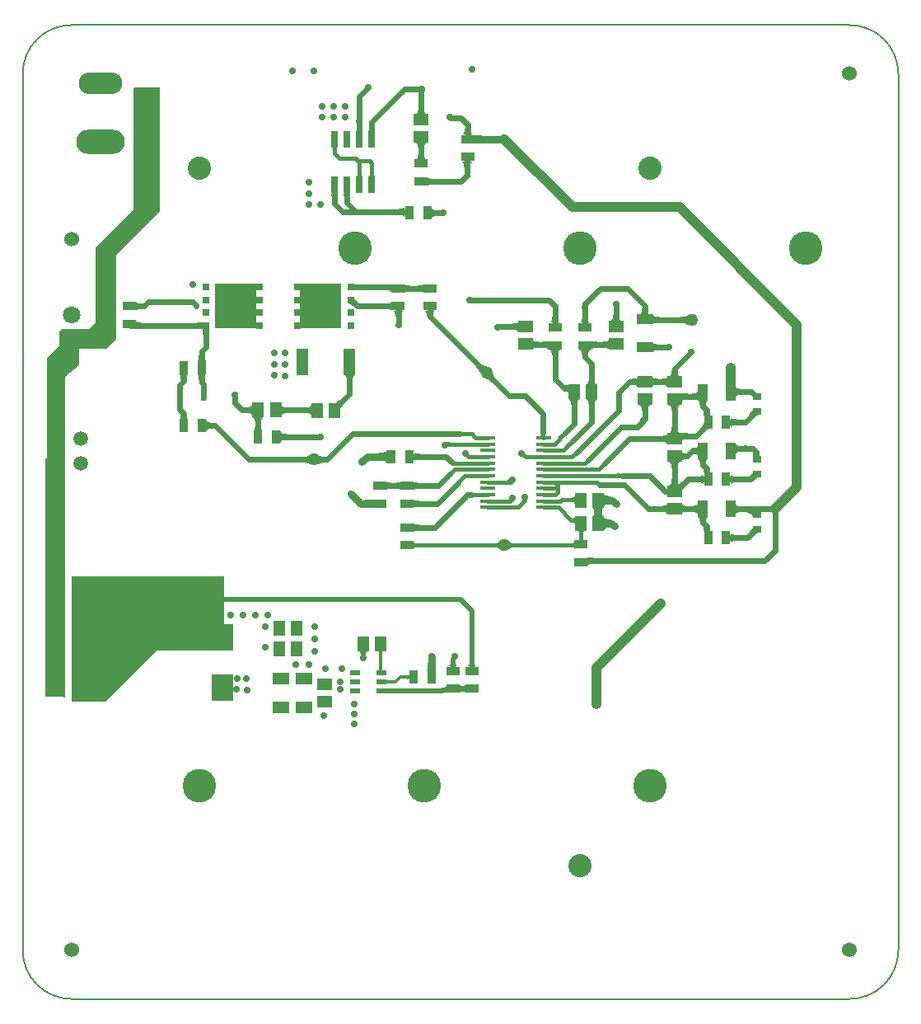
<source format=gtl>
G04*
G04 #@! TF.GenerationSoftware,Altium Limited,Altium Designer,21.1.1 (26)*
G04*
G04 Layer_Physical_Order=1*
G04 Layer_Color=255*
%FSLAX25Y25*%
%MOIN*%
G70*
G04*
G04 #@! TF.SameCoordinates,8D04B9CC-E963-441F-A638-D17954596142*
G04*
G04*
G04 #@! TF.FilePolarity,Positive*
G04*
G01*
G75*
%ADD13C,0.01575*%
%ADD16C,0.00591*%
G04:AMPARAMS|DCode=17|XSize=61.81mil|YSize=16.14mil|CornerRadius=2.02mil|HoleSize=0mil|Usage=FLASHONLY|Rotation=180.000|XOffset=0mil|YOffset=0mil|HoleType=Round|Shape=RoundedRectangle|*
%AMROUNDEDRECTD17*
21,1,0.06181,0.01211,0,0,180.0*
21,1,0.05778,0.01614,0,0,180.0*
1,1,0.00404,-0.02889,0.00605*
1,1,0.00404,0.02889,0.00605*
1,1,0.00404,0.02889,-0.00605*
1,1,0.00404,-0.02889,-0.00605*
%
%ADD17ROUNDEDRECTD17*%
%ADD18C,0.05000*%
%ADD19R,0.04331X0.02362*%
%ADD20R,0.02205X0.02717*%
%ADD21R,0.02717X0.02205*%
%ADD22R,0.02835X0.07008*%
%ADD23R,0.05118X0.11024*%
%ADD24R,0.04134X0.06693*%
%ADD25R,0.05315X0.03740*%
%ADD26R,0.02756X0.02559*%
%ADD27R,0.08661X0.10630*%
%ADD28R,0.07087X0.04528*%
%ADD29R,0.05906X0.04724*%
%ADD30R,0.04724X0.05906*%
%ADD31R,0.03543X0.02559*%
%ADD32R,0.03740X0.05315*%
%ADD33R,0.06693X0.04134*%
%ADD34R,0.16535X0.18150*%
%ADD62C,0.02756*%
%ADD63C,0.02362*%
%ADD64C,0.03150*%
%ADD65C,0.01968*%
%ADD66C,0.03937*%
%ADD67C,0.01181*%
%ADD68C,0.06000*%
%ADD69C,0.05906*%
%ADD70R,0.05906X0.05906*%
%ADD71O,0.08858X0.17717*%
%ADD72O,0.19685X0.09843*%
%ADD73O,0.17717X0.08858*%
%ADD74C,0.07087*%
%ADD75C,0.09409*%
%ADD76C,0.13583*%
G36*
X162419Y359773D02*
X162455Y359369D01*
X162514Y359013D01*
X162596Y358705D01*
X162703Y358444D01*
X162833Y358230D01*
X162986Y358064D01*
X163163Y357945D01*
X163364Y357874D01*
X163589Y357850D01*
X158864D01*
X159089Y357874D01*
X159289Y357945D01*
X159467Y358064D01*
X159620Y358230D01*
X159750Y358444D01*
X159856Y358705D01*
X159939Y359013D01*
X159998Y359369D01*
X160034Y359773D01*
X160045Y360224D01*
X162408D01*
X162419Y359773D01*
D02*
G37*
G36*
X142443Y352905D02*
X142551Y351204D01*
X142584Y351086D01*
X142623Y351015D01*
X142665Y350992D01*
X139855D01*
X139897Y351015D01*
X139935Y351086D01*
X139969Y351204D01*
X139998Y351370D01*
X140023Y351583D01*
X140070Y352504D01*
X140079Y353354D01*
X142441D01*
X142443Y352905D01*
D02*
G37*
G36*
X181213Y351409D02*
X181248Y351008D01*
X181307Y350653D01*
X181390Y350346D01*
X181496Y350086D01*
X181626Y349874D01*
X181780Y349709D01*
X181957Y349590D01*
X182158Y349519D01*
X182382Y349496D01*
X177657D01*
X177882Y349519D01*
X178083Y349590D01*
X178260Y349709D01*
X178413Y349874D01*
X178543Y350086D01*
X178650Y350346D01*
X178732Y350653D01*
X178791Y351008D01*
X178827Y351409D01*
X178839Y351858D01*
X181201D01*
X181213Y351409D01*
D02*
G37*
G36*
X182697Y349423D02*
X182791Y349359D01*
X182949Y349301D01*
X183169Y349252D01*
X183453Y349210D01*
X184209Y349149D01*
X185815Y349114D01*
Y345965D01*
X185216Y345963D01*
X182697Y345815D01*
X182665Y345780D01*
Y349496D01*
X182697Y349423D01*
D02*
G37*
G36*
X163358Y346051D02*
X163157Y345981D01*
X162980Y345862D01*
X162827Y345697D01*
X162697Y345484D01*
X162591Y345225D01*
X162508Y344917D01*
X162449Y344563D01*
X162413Y344162D01*
X162402Y343713D01*
X160039D01*
X160028Y344162D01*
X159992Y344563D01*
X159933Y344917D01*
X159850Y345225D01*
X159744Y345484D01*
X159614Y345697D01*
X159461Y345862D01*
X159283Y345981D01*
X159083Y346051D01*
X158858Y346075D01*
X163583D01*
X163358Y346051D01*
D02*
G37*
G36*
X127548Y343992D02*
X127443Y343945D01*
X127350Y343866D01*
X127270Y343756D01*
X127202Y343614D01*
X127146Y343441D01*
X127103Y343236D01*
X127072Y343000D01*
X127053Y342733D01*
X127047Y342433D01*
X125472D01*
X125466Y342733D01*
X125417Y343236D01*
X125374Y343441D01*
X125318Y343614D01*
X125250Y343756D01*
X125170Y343866D01*
X125077Y343945D01*
X124972Y343992D01*
X124855Y344008D01*
X127665D01*
X127548Y343992D01*
D02*
G37*
G36*
X162413Y341466D02*
X162449Y341062D01*
X162508Y340706D01*
X162591Y340398D01*
X162697Y340137D01*
X162827Y339923D01*
X162980Y339757D01*
X163157Y339638D01*
X163358Y339567D01*
X163583Y339543D01*
X158858D01*
X159083Y339567D01*
X159283Y339638D01*
X159461Y339757D01*
X159614Y339923D01*
X159744Y340137D01*
X159850Y340398D01*
X159933Y340706D01*
X159992Y341062D01*
X160028Y341466D01*
X160039Y341917D01*
X162402D01*
X162413Y341466D01*
D02*
G37*
G36*
X181961Y338485D02*
X181760Y338413D01*
X181583Y338295D01*
X181429Y338128D01*
X181299Y337915D01*
X181193Y337653D01*
X181110Y337345D01*
X181051Y336989D01*
X181016Y336585D01*
X181004Y336134D01*
X178642D01*
X178630Y336585D01*
X178595Y336989D01*
X178535Y337345D01*
X178453Y337653D01*
X178347Y337915D01*
X178217Y338128D01*
X178063Y338295D01*
X177886Y338413D01*
X177685Y338485D01*
X177461Y338508D01*
X182185D01*
X181961Y338485D01*
D02*
G37*
G36*
X142053Y333842D02*
X142103Y333338D01*
X142146Y333134D01*
X142202Y332960D01*
X142270Y332819D01*
X142350Y332709D01*
X142443Y332630D01*
X142548Y332582D01*
X142665Y332567D01*
X139855D01*
X139972Y332582D01*
X140077Y332630D01*
X140170Y332709D01*
X140250Y332819D01*
X140318Y332960D01*
X140374Y333134D01*
X140417Y333338D01*
X140448Y333575D01*
X140466Y333842D01*
X140472Y334141D01*
X142047D01*
X142053Y333842D01*
D02*
G37*
G36*
X137053D02*
X137103Y333338D01*
X137146Y333134D01*
X137202Y332960D01*
X137270Y332819D01*
X137350Y332709D01*
X137443Y332630D01*
X137548Y332582D01*
X137665Y332567D01*
X134854D01*
X134972Y332582D01*
X135077Y332630D01*
X135170Y332709D01*
X135250Y332819D01*
X135318Y332960D01*
X135374Y333134D01*
X135417Y333338D01*
X135448Y333575D01*
X135466Y333842D01*
X135472Y334141D01*
X137047D01*
X137053Y333842D01*
D02*
G37*
G36*
X163890Y332143D02*
X163960Y332028D01*
X164078Y331926D01*
X164244Y331838D01*
X164456Y331764D01*
X164716Y331703D01*
X165023Y331655D01*
X165378Y331622D01*
X166228Y331594D01*
Y329232D01*
X165779Y329225D01*
X165023Y329171D01*
X164716Y329124D01*
X164456Y329063D01*
X164244Y328989D01*
X164078Y328901D01*
X163960Y328799D01*
X163890Y328684D01*
X163866Y328555D01*
Y332272D01*
X163890Y332143D01*
D02*
G37*
G36*
X132623Y325559D02*
X132584Y325488D01*
X132551Y325370D01*
X132522Y325205D01*
X132497Y324992D01*
X132450Y324071D01*
X132441Y323221D01*
X130079D01*
X130077Y323670D01*
X129969Y325370D01*
X129935Y325488D01*
X129897Y325559D01*
X129855Y325583D01*
X132665D01*
X132623Y325559D01*
D02*
G37*
G36*
X127623D02*
X127584Y325488D01*
X127551Y325370D01*
X127522Y325205D01*
X127497Y324992D01*
X127450Y324071D01*
X127441Y323221D01*
X125079D01*
X125076Y323670D01*
X124969Y325370D01*
X124935Y325488D01*
X124897Y325559D01*
X124855Y325583D01*
X127665D01*
X127623Y325559D01*
D02*
G37*
G36*
X154540Y315846D02*
X154516Y316071D01*
X154445Y316272D01*
X154327Y316449D01*
X154162Y316602D01*
X153949Y316732D01*
X153689Y316839D01*
X153382Y316921D01*
X153028Y316980D01*
X152626Y317016D01*
X152177Y317028D01*
Y319390D01*
X152626Y319402D01*
X153028Y319437D01*
X153382Y319495D01*
X153689Y319577D01*
X153949Y319682D01*
X154162Y319811D01*
X154327Y319963D01*
X154445Y320138D01*
X154516Y320337D01*
X154540Y320559D01*
Y315846D01*
D02*
G37*
G36*
X165551Y319854D02*
X165622Y319654D01*
X165741Y319476D01*
X165907Y319323D01*
X166121Y319193D01*
X166382Y319087D01*
X166691Y319004D01*
X167047Y318945D01*
X167450Y318910D01*
X167901Y318898D01*
Y316535D01*
X167450Y316524D01*
X167047Y316488D01*
X166691Y316429D01*
X166382Y316347D01*
X166121Y316240D01*
X165907Y316110D01*
X165741Y315957D01*
X165622Y315779D01*
X165551Y315579D01*
X165527Y315354D01*
Y320079D01*
X165551Y319854D01*
D02*
G37*
G36*
X134077Y289047D02*
X134147Y289016D01*
X134265Y288988D01*
X134431Y288964D01*
X134903Y288927D01*
X136415Y288898D01*
Y286535D01*
X134053Y286547D01*
Y289083D01*
X134077Y289047D01*
D02*
G37*
G36*
X162118Y285445D02*
X162095Y285574D01*
X162024Y285689D01*
X161906Y285790D01*
X161740Y285878D01*
X161528Y285953D01*
X161268Y286014D01*
X160961Y286061D01*
X160607Y286095D01*
X159756Y286122D01*
Y288484D01*
X160205Y288491D01*
X160961Y288545D01*
X161268Y288593D01*
X161528Y288653D01*
X161740Y288728D01*
X161906Y288816D01*
X162024Y288917D01*
X162095Y289033D01*
X162118Y289161D01*
Y285445D01*
D02*
G37*
G36*
X154638Y289033D02*
X154709Y288917D01*
X154827Y288816D01*
X154992Y288728D01*
X155204Y288653D01*
X155464Y288593D01*
X155772Y288545D01*
X156126Y288511D01*
X156976Y288484D01*
Y286122D01*
X156527Y286115D01*
X155772Y286061D01*
X155464Y286014D01*
X155204Y285953D01*
X154992Y285878D01*
X154827Y285790D01*
X154709Y285689D01*
X154638Y285574D01*
X154614Y285445D01*
Y289161D01*
X154638Y289033D01*
D02*
G37*
G36*
X149323Y285445D02*
X149299Y285652D01*
X149229Y285838D01*
X149110Y286001D01*
X148945Y286143D01*
X148732Y286263D01*
X148473Y286361D01*
X148166Y286437D01*
X147811Y286492D01*
X147410Y286525D01*
X146961Y286535D01*
Y288898D01*
X147410Y288900D01*
X148945Y288993D01*
X149110Y289027D01*
X149229Y289066D01*
X149299Y289111D01*
X149323Y289161D01*
Y285445D01*
D02*
G37*
G36*
X134070Y283705D02*
X134120Y283507D01*
X134203Y283294D01*
X134320Y283065D01*
X134470Y282820D01*
X134654Y282558D01*
X135122Y281986D01*
X135406Y281677D01*
X135723Y281351D01*
X134053Y279680D01*
X133639Y280085D01*
X132593Y280981D01*
X132310Y281175D01*
X132061Y281315D01*
X131844Y281403D01*
X131660Y281438D01*
X131509Y281421D01*
X131391Y281351D01*
X134053Y283886D01*
X134070Y283705D01*
D02*
G37*
G36*
X45779Y281755D02*
X45850Y281640D01*
X45968Y281539D01*
X46134Y281451D01*
X46346Y281376D01*
X46606Y281315D01*
X46913Y281268D01*
X47267Y281234D01*
X48118Y281207D01*
Y278845D01*
X47669Y278838D01*
X46913Y278784D01*
X46606Y278736D01*
X46346Y278676D01*
X46134Y278601D01*
X45968Y278513D01*
X45850Y278412D01*
X45779Y278296D01*
X45756Y278168D01*
Y281884D01*
X45779Y281755D01*
D02*
G37*
G36*
X149323Y278162D02*
X149299Y278290D01*
X149229Y278405D01*
X149110Y278507D01*
X148945Y278595D01*
X148732Y278669D01*
X148473Y278730D01*
X148166Y278778D01*
X147811Y278812D01*
X146961Y278839D01*
Y281201D01*
X147410Y281207D01*
X148166Y281262D01*
X148473Y281309D01*
X148732Y281370D01*
X148945Y281445D01*
X149110Y281533D01*
X149229Y281634D01*
X149299Y281749D01*
X149323Y281878D01*
Y278162D01*
D02*
G37*
G36*
X252866Y278670D02*
X252902Y278266D01*
X252961Y277910D01*
X253043Y277602D01*
X253150Y277341D01*
X253279Y277127D01*
X253433Y276961D01*
X253610Y276842D01*
X253811Y276771D01*
X254035Y276747D01*
X249311D01*
X249535Y276771D01*
X249736Y276842D01*
X249913Y276961D01*
X250067Y277127D01*
X250197Y277341D01*
X250303Y277602D01*
X250386Y277910D01*
X250445Y278266D01*
X250480Y278670D01*
X250492Y279121D01*
X252854D01*
X252866Y278670D01*
D02*
G37*
G36*
X166832Y278139D02*
X166645Y278071D01*
X166481Y277957D01*
X166339Y277798D01*
X166218Y277593D01*
X166120Y277342D01*
X166043Y277046D01*
X165989Y276705D01*
X165956Y276318D01*
X165945Y275886D01*
X163583D01*
X163572Y276318D01*
X163539Y276705D01*
X163484Y277046D01*
X163408Y277342D01*
X163309Y277593D01*
X163189Y277798D01*
X163046Y277957D01*
X162882Y278071D01*
X162696Y278139D01*
X162488Y278162D01*
X167040D01*
X166832Y278139D01*
D02*
G37*
G36*
X154156Y278150D02*
X153955Y278079D01*
X153778Y277960D01*
X153624Y277794D01*
X153494Y277580D01*
X153388Y277319D01*
X153305Y277010D01*
X153246Y276654D01*
X153211Y276251D01*
X153199Y275799D01*
X150837D01*
X150825Y276251D01*
X150789Y276654D01*
X150730Y277010D01*
X150648Y277319D01*
X150541Y277580D01*
X150411Y277794D01*
X150258Y277960D01*
X150081Y278079D01*
X149880Y278150D01*
X149655Y278174D01*
X154380D01*
X154156Y278150D01*
D02*
G37*
G36*
X241265Y276112D02*
X241300Y275708D01*
X241359Y275352D01*
X241442Y275043D01*
X241548Y274782D01*
X241678Y274569D01*
X241832Y274402D01*
X242009Y274284D01*
X242210Y274212D01*
X242434Y274189D01*
X237710D01*
X237934Y274212D01*
X238135Y274284D01*
X238312Y274402D01*
X238466Y274569D01*
X238596Y274782D01*
X238702Y275043D01*
X238785Y275352D01*
X238844Y275708D01*
X238879Y276112D01*
X238891Y276563D01*
X241253D01*
X241265Y276112D01*
D02*
G37*
G36*
X228737Y275317D02*
X228772Y274914D01*
X228832Y274557D01*
X228914Y274249D01*
X229020Y273988D01*
X229150Y273774D01*
X229304Y273608D01*
X229481Y273489D01*
X229682Y273418D01*
X229906Y273394D01*
X225182D01*
X225406Y273418D01*
X225607Y273489D01*
X225784Y273608D01*
X225938Y273774D01*
X226068Y273988D01*
X226174Y274249D01*
X226257Y274557D01*
X226316Y274914D01*
X226351Y275317D01*
X226363Y275768D01*
X228725D01*
X228737Y275317D01*
D02*
G37*
G36*
X216528Y275317D02*
X216563Y274914D01*
X216622Y274557D01*
X216705Y274249D01*
X216811Y273988D01*
X216941Y273774D01*
X217095Y273608D01*
X217272Y273489D01*
X217473Y273418D01*
X217697Y273394D01*
X212973D01*
X213197Y273418D01*
X213398Y273489D01*
X213575Y273608D01*
X213729Y273774D01*
X213859Y273988D01*
X213965Y274249D01*
X214048Y274557D01*
X214107Y274914D01*
X214142Y275317D01*
X214154Y275768D01*
X216516D01*
X216528Y275317D01*
D02*
G37*
G36*
X255031Y276565D02*
X255102Y276391D01*
X255220Y276238D01*
X255386Y276105D01*
X255598Y275993D01*
X255858Y275901D01*
X256165Y275830D01*
X256520Y275779D01*
X256921Y275748D01*
X257370Y275738D01*
Y273376D01*
X256921Y273368D01*
X256165Y273310D01*
X255858Y273259D01*
X255598Y273194D01*
X255386Y273114D01*
X255220Y273020D01*
X255102Y272911D01*
X255031Y272787D01*
X255008Y272649D01*
Y276759D01*
X255031Y276565D01*
D02*
G37*
G36*
X269092Y272470D02*
X268861Y272642D01*
X268613Y272796D01*
X268349Y272932D01*
X268068Y273049D01*
X267770Y273149D01*
X267455Y273231D01*
X267124Y273294D01*
X266776Y273339D01*
X266412Y273367D01*
X266031Y273376D01*
X266189Y275738D01*
X266587Y275745D01*
X267319Y275801D01*
X267653Y275850D01*
X267966Y275914D01*
X268258Y275991D01*
X268528Y276082D01*
X268778Y276188D01*
X269006Y276307D01*
X269212Y276441D01*
X269092Y272470D01*
D02*
G37*
G36*
X45779Y274377D02*
X45850Y274177D01*
X45968Y274001D01*
X46134Y273848D01*
X46346Y273719D01*
X46606Y273613D01*
X46913Y273531D01*
X47267Y273472D01*
X47669Y273437D01*
X48118Y273425D01*
Y271063D01*
X47669Y271061D01*
X45850Y270949D01*
X45779Y270918D01*
X45756Y270884D01*
Y274601D01*
X45779Y274377D01*
D02*
G37*
G36*
X200504Y269500D02*
X200481Y269722D01*
X200410Y269921D01*
X200291Y270096D01*
X200126Y270248D01*
X199914Y270377D01*
X199654Y270482D01*
X199347Y270564D01*
X198992Y270622D01*
X198591Y270658D01*
X198142Y270669D01*
Y273031D01*
X198591Y273043D01*
X198992Y273078D01*
X199347Y273137D01*
X199654Y273219D01*
X199914Y273324D01*
X200126Y273452D01*
X200291Y273604D01*
X200410Y273780D01*
X200481Y273978D01*
X200504Y274201D01*
Y269500D01*
D02*
G37*
G36*
X72717Y270957D02*
X75449D01*
X75414Y270933D01*
X75382Y270862D01*
X75355Y270744D01*
X75331Y270579D01*
X75294Y270107D01*
X75264Y268595D01*
X72902D01*
X72900Y269043D01*
X72783Y270862D01*
X72752Y270933D01*
X72717Y270957D01*
X72693Y270968D01*
X72623Y270977D01*
X72504Y270986D01*
X71205Y271011D01*
X70355Y271014D01*
Y273376D01*
X72717Y273492D01*
Y270957D01*
D02*
G37*
G36*
X237131Y262414D02*
X237108Y262588D01*
X237037Y262745D01*
X236919Y262882D01*
X236753Y263002D01*
X236541Y263103D01*
X236281Y263186D01*
X235974Y263250D01*
X235619Y263296D01*
X235218Y263324D01*
X234769Y263333D01*
Y265695D01*
X235220Y265707D01*
X235623Y265742D01*
X235979Y265802D01*
X236287Y265884D01*
X236548Y265991D01*
X236762Y266121D01*
X236928Y266274D01*
X237047Y266451D01*
X237119Y266652D01*
X237143Y266876D01*
X237131Y262414D01*
D02*
G37*
G36*
X206398Y266652D02*
X206470Y266451D01*
X206589Y266274D01*
X206755Y266121D01*
X206969Y265991D01*
X207230Y265884D01*
X207538Y265802D01*
X207894Y265742D01*
X208297Y265707D01*
X208748Y265695D01*
Y263333D01*
X208299Y263324D01*
X207543Y263250D01*
X207236Y263186D01*
X206976Y263103D01*
X206764Y263002D01*
X206598Y262882D01*
X206480Y262745D01*
X206409Y262588D01*
X206386Y262414D01*
X206374Y266876D01*
X206398Y266652D01*
D02*
G37*
G36*
X230213Y266041D02*
X230284Y265969D01*
X230402Y265905D01*
X230568Y265849D01*
X230780Y265802D01*
X231040Y265764D01*
X231701Y265712D01*
X232552Y265695D01*
Y263333D01*
X232103Y263324D01*
X231347Y263250D01*
X231040Y263185D01*
X230780Y263102D01*
X230568Y263000D01*
X230402Y262879D01*
X230284Y262740D01*
X230213Y262583D01*
X230190Y262407D01*
Y266123D01*
X230213Y266041D01*
D02*
G37*
G36*
X212689Y262407D02*
X212666Y262583D01*
X212595Y262740D01*
X212477Y262879D01*
X212312Y263000D01*
X212099Y263102D01*
X211839Y263185D01*
X211532Y263250D01*
X211178Y263296D01*
X210776Y263324D01*
X210327Y263333D01*
Y265695D01*
X210776Y265700D01*
X212099Y265802D01*
X212312Y265849D01*
X212477Y265905D01*
X212595Y265969D01*
X212666Y266041D01*
X212689Y266123D01*
Y262407D01*
D02*
G37*
G36*
X255031Y265372D02*
X255102Y265224D01*
X255220Y265093D01*
X255386Y264979D01*
X255598Y264883D01*
X255858Y264804D01*
X256165Y264743D01*
X256520Y264700D01*
X256921Y264673D01*
X257370Y264665D01*
Y262302D01*
X256921Y262294D01*
X256165Y262224D01*
X255858Y262163D01*
X255598Y262084D01*
X255386Y261988D01*
X255220Y261874D01*
X255102Y261743D01*
X255031Y261595D01*
X255008Y261429D01*
Y265539D01*
X255031Y265372D01*
D02*
G37*
G36*
X229682Y262383D02*
X229481Y262312D01*
X229304Y262194D01*
X229150Y262029D01*
X229020Y261816D01*
X228914Y261556D01*
X228832Y261249D01*
X228772Y260895D01*
X228737Y260493D01*
X228725Y260044D01*
X226363D01*
X226351Y260493D01*
X226316Y260895D01*
X226257Y261249D01*
X226174Y261556D01*
X226068Y261816D01*
X225938Y262029D01*
X225784Y262194D01*
X225607Y262312D01*
X225406Y262383D01*
X225182Y262407D01*
X229906D01*
X229682Y262383D01*
D02*
G37*
G36*
X217473Y262383D02*
X217272Y262312D01*
X217095Y262194D01*
X216941Y262029D01*
X216811Y261816D01*
X216705Y261556D01*
X216622Y261249D01*
X216563Y260895D01*
X216528Y260493D01*
X216516Y260044D01*
X214154D01*
X214142Y260493D01*
X214107Y260895D01*
X214048Y261249D01*
X213965Y261556D01*
X213859Y261816D01*
X213729Y262029D01*
X213575Y262194D01*
X213398Y262312D01*
X213197Y262383D01*
X212973Y262407D01*
X217697D01*
X217473Y262383D01*
D02*
G37*
G36*
X73623Y259874D02*
X73677Y259118D01*
X73724Y258811D01*
X73785Y258551D01*
X73860Y258338D01*
X73948Y258173D01*
X74049Y258055D01*
X74164Y257984D01*
X74293Y257960D01*
X70577D01*
X70705Y257984D01*
X70820Y258055D01*
X70922Y258173D01*
X71010Y258338D01*
X71084Y258551D01*
X71145Y258811D01*
X71193Y259118D01*
X71227Y259472D01*
X71254Y260323D01*
X73616D01*
X73623Y259874D01*
D02*
G37*
G36*
X185359Y256974D02*
X185635Y256738D01*
X185913Y256527D01*
X186194Y256341D01*
X186476Y256178D01*
X186761Y256041D01*
X187048Y255928D01*
X187337Y255840D01*
X187628Y255777D01*
X187922Y255738D01*
X187572Y253123D01*
X185236Y252810D01*
X185182Y253041D01*
X185104Y253277D01*
X185001Y253521D01*
X184873Y253770D01*
X184540Y254289D01*
X184337Y254559D01*
X183854Y255116D01*
X183574Y255405D01*
X185085Y257235D01*
X185359Y256974D01*
D02*
G37*
G36*
X264972Y253769D02*
X265008Y253366D01*
X265067Y253010D01*
X265150Y252701D01*
X265256Y252440D01*
X265386Y252226D01*
X265539Y252060D01*
X265717Y251941D01*
X265917Y251870D01*
X266142Y251846D01*
X261417D01*
X261642Y251870D01*
X261842Y251941D01*
X262020Y252060D01*
X262173Y252226D01*
X262303Y252440D01*
X262409Y252701D01*
X262492Y253010D01*
X262551Y253366D01*
X262587Y253769D01*
X262598Y254220D01*
X264961D01*
X264972Y253769D01*
D02*
G37*
G36*
X74164Y252646D02*
X74049Y252575D01*
X73948Y252457D01*
X73860Y252291D01*
X73785Y252079D01*
X73724Y251819D01*
X73677Y251512D01*
X73643Y251158D01*
X73616Y250307D01*
X71254D01*
X71247Y250756D01*
X71193Y251512D01*
X71145Y251819D01*
X71084Y252079D01*
X71010Y252291D01*
X70922Y252457D01*
X70820Y252575D01*
X70705Y252646D01*
X70577Y252670D01*
X74293D01*
X74164Y252646D01*
D02*
G37*
G36*
X66881D02*
X66766Y252575D01*
X66664Y252457D01*
X66576Y252291D01*
X66501Y252079D01*
X66441Y251819D01*
X66393Y251512D01*
X66359Y251158D01*
X66332Y250307D01*
X63970D01*
X63963Y250756D01*
X63909Y251512D01*
X63862Y251819D01*
X63801Y252079D01*
X63726Y252291D01*
X63638Y252457D01*
X63537Y252575D01*
X63422Y252646D01*
X63293Y252670D01*
X67009D01*
X66881Y252646D01*
D02*
G37*
G36*
X134634Y252177D02*
X134412Y252154D01*
X134213Y252083D01*
X134037Y251965D01*
X133885Y251799D01*
X133757Y251587D01*
X133652Y251327D01*
X133570Y251020D01*
X133511Y250665D01*
X133476Y250264D01*
X133465Y249815D01*
X131102D01*
X131091Y250266D01*
X131055Y250669D01*
X130996Y251025D01*
X130913Y251333D01*
X130807Y251594D01*
X130677Y251808D01*
X130524Y251974D01*
X130347Y252093D01*
X130146Y252165D01*
X129921Y252189D01*
X134634Y252177D01*
D02*
G37*
G36*
X190226Y253179D02*
X190289Y252888D01*
X190377Y252599D01*
X190490Y252312D01*
X190627Y252028D01*
X190789Y251745D01*
X190976Y251465D01*
X191187Y251186D01*
X191423Y250910D01*
X191683Y250637D01*
X189854Y249126D01*
X189565Y249405D01*
X189007Y249888D01*
X188738Y250092D01*
X188219Y250424D01*
X187970Y250552D01*
X187726Y250656D01*
X187489Y250734D01*
X187259Y250787D01*
X187572Y253123D01*
X190187Y253473D01*
X190226Y253179D01*
D02*
G37*
G36*
X288472Y248512D02*
X284362D01*
X284379Y248551D01*
X284394Y248669D01*
X284406Y248866D01*
X284449Y252449D01*
X288386D01*
X288472Y248512D01*
D02*
G37*
G36*
X231409Y250228D02*
X231444Y249827D01*
X231503Y249472D01*
X231585Y249165D01*
X231690Y248905D01*
X231819Y248693D01*
X231971Y248527D01*
X232146Y248409D01*
X232345Y248338D01*
X232567Y248315D01*
X227866D01*
X228088Y248338D01*
X228287Y248409D01*
X228463Y248527D01*
X228615Y248693D01*
X228743Y248905D01*
X228848Y249165D01*
X228930Y249472D01*
X228989Y249827D01*
X229024Y250228D01*
X229035Y250677D01*
X231398D01*
X231409Y250228D01*
D02*
G37*
G36*
X260839Y247158D02*
X260815Y247380D01*
X260744Y247579D01*
X260626Y247754D01*
X260461Y247906D01*
X260248Y248035D01*
X259988Y248140D01*
X259681Y248222D01*
X259327Y248280D01*
X258925Y248315D01*
X258477Y248327D01*
Y250689D01*
X258925Y250701D01*
X259327Y250736D01*
X259681Y250794D01*
X259988Y250876D01*
X260248Y250981D01*
X260461Y251110D01*
X260626Y251262D01*
X260744Y251437D01*
X260815Y251636D01*
X260839Y251858D01*
Y247158D01*
D02*
G37*
G36*
X254736Y251636D02*
X254807Y251437D01*
X254925Y251262D01*
X255090Y251110D01*
X255303Y250981D01*
X255563Y250876D01*
X255870Y250794D01*
X256224Y250736D01*
X256626Y250701D01*
X257075Y250689D01*
Y248327D01*
X256626Y248315D01*
X256224Y248280D01*
X255870Y248222D01*
X255563Y248140D01*
X255303Y248035D01*
X255090Y247906D01*
X254925Y247754D01*
X254807Y247579D01*
X254736Y247380D01*
X254712Y247158D01*
Y251858D01*
X254736Y251636D01*
D02*
G37*
G36*
X248831Y247158D02*
X248807Y247380D01*
X248736Y247579D01*
X248618Y247754D01*
X248453Y247906D01*
X248240Y248035D01*
X247980Y248140D01*
X247673Y248222D01*
X247319Y248280D01*
X246918Y248315D01*
X246469Y248327D01*
Y250689D01*
X246918Y250701D01*
X247319Y250736D01*
X247673Y250794D01*
X247980Y250876D01*
X248240Y250981D01*
X248453Y251110D01*
X248618Y251262D01*
X248736Y251437D01*
X248807Y251636D01*
X248831Y251858D01*
Y247158D01*
D02*
G37*
G36*
X220792Y245067D02*
X220773Y245180D01*
X220719Y245282D01*
X220630Y245372D01*
X220504Y245450D01*
X220343Y245515D01*
X220146Y245569D01*
X219913Y245611D01*
X219645Y245641D01*
X219000Y245665D01*
Y248027D01*
X219338Y248030D01*
X220335Y248099D01*
X220495Y248131D01*
X220620Y248168D01*
X220708Y248211D01*
X220762Y248260D01*
X220780Y248315D01*
X220792Y245067D01*
D02*
G37*
G36*
X288484Y247610D02*
X288555Y247409D01*
X288674Y247232D01*
X288840Y247079D01*
X289054Y246949D01*
X289315Y246843D01*
X289624Y246760D01*
X289980Y246701D01*
X290383Y246665D01*
X290834Y246654D01*
Y244291D01*
X290383Y244280D01*
X289980Y244244D01*
X289624Y244185D01*
X289315Y244102D01*
X289054Y243996D01*
X288840Y243866D01*
X288674Y243713D01*
X288555Y243535D01*
X288484Y243335D01*
X288460Y243110D01*
Y247835D01*
X288484Y247610D01*
D02*
G37*
G36*
X269082Y242421D02*
X268632Y242409D01*
X268229Y242374D01*
X267873Y242315D01*
X267565Y242232D01*
X267304Y242126D01*
X267090Y241996D01*
X266924Y241843D01*
X266805Y241665D01*
X266733Y241465D01*
X266708Y241240D01*
X266720Y244772D01*
X266744Y244774D01*
X266815Y244776D01*
X269082Y244783D01*
Y242421D01*
D02*
G37*
G36*
X130300Y240933D02*
X129832Y240448D01*
X129097Y239580D01*
X128830Y239196D01*
X128630Y238845D01*
X128496Y238528D01*
X128429Y238244D01*
Y237993D01*
X128496Y237776D01*
X128630Y237592D01*
X125289Y240933D01*
X125473Y240799D01*
X125690Y240732D01*
X125941D01*
X126225Y240799D01*
X126542Y240933D01*
X126893Y241133D01*
X127277Y241401D01*
X127694Y241735D01*
X128630Y242603D01*
X130300Y240933D01*
D02*
G37*
G36*
X232345Y242410D02*
X232146Y242339D01*
X231971Y242221D01*
X231819Y242055D01*
X231690Y241843D01*
X231585Y241583D01*
X231503Y241276D01*
X231444Y240921D01*
X231409Y240520D01*
X231398Y240071D01*
X229035D01*
X229024Y240520D01*
X228989Y240921D01*
X228930Y241276D01*
X228848Y241583D01*
X228743Y241843D01*
X228615Y242055D01*
X228463Y242221D01*
X228287Y242339D01*
X228088Y242410D01*
X227866Y242433D01*
X232567D01*
X232345Y242410D01*
D02*
G37*
G36*
X225258D02*
X225059Y242339D01*
X224884Y242221D01*
X224732Y242055D01*
X224603Y241843D01*
X224498Y241583D01*
X224416Y241276D01*
X224358Y240921D01*
X224323Y240520D01*
X224311Y240071D01*
X221949D01*
X221937Y240520D01*
X221902Y240921D01*
X221844Y241276D01*
X221762Y241583D01*
X221656Y241843D01*
X221528Y242055D01*
X221376Y242221D01*
X221201Y242339D01*
X221002Y242410D01*
X220780Y242433D01*
X225480D01*
X225258Y242410D01*
D02*
G37*
G36*
X273142Y241843D02*
X277252D01*
X277086Y241820D01*
X276937Y241752D01*
X276806Y241638D01*
X276693Y241479D01*
X276596Y241274D01*
X276518Y241023D01*
X276457Y240728D01*
X276413Y240386D01*
X276387Y239999D01*
X276378Y239567D01*
X274016D01*
X274007Y239999D01*
X273937Y240728D01*
X273876Y241023D01*
X273797Y241274D01*
X273701Y241479D01*
X273588Y241638D01*
X273457Y241752D01*
X273308Y241820D01*
X273142Y241843D01*
X273118Y241953D01*
X273047Y242051D01*
X272929Y242138D01*
X272764Y242213D01*
X272551Y242277D01*
X272291Y242329D01*
X271984Y242369D01*
X271229Y242415D01*
X270780Y242421D01*
Y244783D01*
X271229Y244795D01*
X271630Y244831D01*
X271984Y244890D01*
X272291Y244972D01*
X272551Y245079D01*
X272764Y245209D01*
X272929Y245362D01*
X273047Y245539D01*
X273118Y245740D01*
X273142Y245965D01*
Y241843D01*
D02*
G37*
G36*
X253909Y240047D02*
X253709Y239977D01*
X253532Y239859D01*
X253378Y239693D01*
X253248Y239480D01*
X253142Y239221D01*
X253059Y238914D01*
X253000Y238559D01*
X252965Y238158D01*
X252953Y237709D01*
X250590D01*
X250579Y238158D01*
X250543Y238559D01*
X250484Y238914D01*
X250402Y239221D01*
X250295Y239480D01*
X250165Y239693D01*
X250012Y239859D01*
X249835Y239977D01*
X249634Y240047D01*
X249410Y240071D01*
X254134D01*
X253909Y240047D01*
D02*
G37*
G36*
X265917Y240047D02*
X265717Y239977D01*
X265539Y239859D01*
X265386Y239693D01*
X265256Y239480D01*
X265150Y239221D01*
X265067Y238914D01*
X265008Y238559D01*
X264972Y238158D01*
X264961Y237709D01*
X262598D01*
X262587Y238158D01*
X262551Y238559D01*
X262492Y238914D01*
X262409Y239221D01*
X262303Y239480D01*
X262173Y239693D01*
X262020Y239859D01*
X261842Y239977D01*
X261642Y240047D01*
X261417Y240071D01*
X266142D01*
X265917Y240047D01*
D02*
G37*
G36*
X298825Y236232D02*
X298621Y236346D01*
X298388Y236396D01*
X298126Y236385D01*
X297835Y236311D01*
X297515Y236175D01*
X297167Y235977D01*
X296789Y235717D01*
X296383Y235394D01*
X295948Y235009D01*
X295484Y234562D01*
X293814Y236232D01*
X294131Y236559D01*
X294883Y237440D01*
X295067Y237701D01*
X295217Y237947D01*
X295334Y238176D01*
X295418Y238389D01*
X295468Y238586D01*
X295484Y238768D01*
X298825Y236232D01*
D02*
G37*
G36*
X277865Y237657D02*
X277898Y237268D01*
X277953Y236925D01*
X278029Y236628D01*
X278128Y236377D01*
X278248Y236171D01*
X278391Y236010D01*
X278555Y235895D01*
X278741Y235826D01*
X278949Y235803D01*
X275504Y235815D01*
X275492Y238090D01*
X277854D01*
X277865Y237657D01*
D02*
G37*
G36*
X92937Y235728D02*
X92914Y235953D01*
X92842Y236154D01*
X92724Y236331D01*
X92558Y236484D01*
X92344Y236614D01*
X92083Y236720D01*
X91774Y236803D01*
X91418Y236862D01*
X91014Y236898D01*
X90563Y236910D01*
Y239272D01*
X91014Y239283D01*
X91418Y239319D01*
X91774Y239378D01*
X92083Y239461D01*
X92344Y239567D01*
X92558Y239697D01*
X92724Y239850D01*
X92842Y240028D01*
X92914Y240228D01*
X92937Y240453D01*
Y235728D01*
D02*
G37*
G36*
X116855Y235679D02*
X116831Y235904D01*
X116760Y236104D01*
X116641Y236281D01*
X116475Y236435D01*
X116261Y236565D01*
X116000Y236671D01*
X115691Y236754D01*
X115335Y236813D01*
X114932Y236848D01*
X114480Y236860D01*
Y239222D01*
X114932Y239234D01*
X115335Y239270D01*
X115691Y239329D01*
X116000Y239411D01*
X116261Y239518D01*
X116475Y239648D01*
X116641Y239801D01*
X116760Y239978D01*
X116831Y240179D01*
X116855Y240404D01*
Y235679D01*
D02*
G37*
G36*
X104736Y240179D02*
X104807Y239978D01*
X104925Y239801D01*
X105090Y239648D01*
X105303Y239518D01*
X105563Y239411D01*
X105870Y239329D01*
X106224Y239270D01*
X106626Y239234D01*
X107075Y239222D01*
Y236860D01*
X106626Y236848D01*
X106224Y236813D01*
X105870Y236754D01*
X105563Y236671D01*
X105303Y236565D01*
X105090Y236435D01*
X104925Y236281D01*
X104807Y236104D01*
X104736Y235904D01*
X104712Y235679D01*
Y240404D01*
X104736Y240179D01*
D02*
G37*
G36*
X66339Y236206D02*
X66393Y235507D01*
X66441Y235223D01*
X66502Y234983D01*
X66576Y234786D01*
X66664Y234633D01*
X66766Y234524D01*
X66881Y234459D01*
X67009Y234437D01*
X63293D01*
X63422Y234459D01*
X63537Y234524D01*
X63638Y234633D01*
X63726Y234786D01*
X63801Y234983D01*
X63862Y235223D01*
X63909Y235507D01*
X63943Y235834D01*
X63970Y236620D01*
X66332D01*
X66339Y236206D01*
D02*
G37*
G36*
X97364Y235138D02*
X97163Y235066D01*
X96986Y234947D01*
X96833Y234781D01*
X96703Y234567D01*
X96596Y234306D01*
X96514Y233997D01*
X96455Y233641D01*
X96419Y233238D01*
X96408Y232788D01*
X94045D01*
X94034Y233236D01*
X94001Y233638D01*
X93945Y233992D01*
X93866Y234299D01*
X93765Y234559D01*
X93642Y234772D01*
X93497Y234937D01*
X93328Y235055D01*
X93138Y235126D01*
X92925Y235150D01*
X97589Y235162D01*
X97364Y235138D01*
D02*
G37*
G36*
X286515Y235307D02*
X286587Y235106D01*
X286705Y234929D01*
X286872Y234776D01*
X287085Y234646D01*
X287347Y234539D01*
X287655Y234457D01*
X288011Y234398D01*
X288415Y234362D01*
X288866Y234350D01*
Y231988D01*
X288415Y231976D01*
X288011Y231941D01*
X287655Y231882D01*
X287347Y231799D01*
X287085Y231693D01*
X286872Y231563D01*
X286705Y231410D01*
X286587Y231232D01*
X286515Y231031D01*
X286492Y230807D01*
Y235531D01*
X286515Y235307D01*
D02*
G37*
G36*
X278845Y230524D02*
X278661Y230658D01*
X278444Y230724D01*
X278193D01*
X277909Y230658D01*
X277592Y230524D01*
X277241Y230323D01*
X276857Y230056D01*
X276439Y229722D01*
X275504Y228854D01*
X273834Y230524D01*
X274302Y231008D01*
X275036Y231877D01*
X275304Y232261D01*
X275504Y232612D01*
X275638Y232929D01*
X275705Y233213D01*
Y233464D01*
X275638Y233681D01*
X275504Y233864D01*
X278845Y230524D01*
D02*
G37*
G36*
X96414Y231823D02*
X96508Y230760D01*
X96564Y230500D01*
X96633Y230287D01*
X96715Y230122D01*
X96809Y230004D01*
X96916Y229933D01*
X97035Y229909D01*
X93319D01*
X93457Y229933D01*
X93581Y230004D01*
X93689Y230122D01*
X93784Y230287D01*
X93864Y230500D01*
X93929Y230760D01*
X93980Y231067D01*
X94016Y231421D01*
X94045Y232272D01*
X96408D01*
X96414Y231823D01*
D02*
G37*
G36*
X74316Y233929D02*
X74387Y233728D01*
X74505Y233551D01*
X74671Y233398D01*
X74883Y233268D01*
X75143Y233161D01*
X75450Y233079D01*
X75805Y233020D01*
X76206Y232984D01*
X76655Y232972D01*
Y230610D01*
X76206Y230598D01*
X75805Y230563D01*
X75450Y230504D01*
X75143Y230421D01*
X74883Y230315D01*
X74671Y230185D01*
X74505Y230031D01*
X74387Y229854D01*
X74316Y229654D01*
X74293Y229429D01*
Y234154D01*
X74316Y233929D01*
D02*
G37*
G36*
X264972Y230738D02*
X265008Y230334D01*
X265067Y229978D01*
X265150Y229669D01*
X265256Y229408D01*
X265386Y229194D01*
X265539Y229028D01*
X265717Y228910D01*
X265917Y228838D01*
X266142Y228815D01*
X261417D01*
X261642Y228838D01*
X261842Y228910D01*
X262020Y229028D01*
X262173Y229194D01*
X262303Y229408D01*
X262409Y229669D01*
X262492Y229978D01*
X262551Y230334D01*
X262587Y230738D01*
X262598Y231189D01*
X264961D01*
X264972Y230738D01*
D02*
G37*
G36*
X211321Y228457D02*
X211362Y227912D01*
X211381Y227824D01*
X211404Y227756D01*
X211430Y227708D01*
X211459Y227678D01*
X211492Y227669D01*
X209571D01*
X209604Y227678D01*
X209633Y227708D01*
X209659Y227756D01*
X209682Y227824D01*
X209701Y227912D01*
X209716Y228019D01*
X209737Y228292D01*
X209744Y228642D01*
X211319D01*
X211321Y228457D01*
D02*
G37*
G36*
X177541Y229173D02*
X177620Y229165D01*
X177916Y229151D01*
X179916Y229134D01*
Y227559D01*
X177508Y227511D01*
Y229182D01*
X177541Y229173D01*
D02*
G37*
G36*
X219508Y227578D02*
X219479Y227562D01*
X219417Y227512D01*
X219198Y227312D01*
X217772Y225910D01*
X216658Y227024D01*
X218327Y228760D01*
X219508Y227578D01*
D02*
G37*
G36*
X269082Y226476D02*
X268632Y226465D01*
X268229Y226429D01*
X267873Y226370D01*
X267565Y226287D01*
X267304Y226181D01*
X267090Y226051D01*
X266924Y225898D01*
X266805Y225721D01*
X266733Y225520D01*
X266708Y225295D01*
X266720Y228827D01*
X266744Y228829D01*
X266815Y228831D01*
X269082Y228839D01*
Y226476D01*
D02*
G37*
G36*
X104342Y229402D02*
X104413Y229201D01*
X104531Y229024D01*
X104697Y228870D01*
X104909Y228740D01*
X105169Y228634D01*
X105476Y228551D01*
X105831Y228492D01*
X106232Y228457D01*
X106681Y228445D01*
Y226083D01*
X106232Y226071D01*
X105831Y226035D01*
X105476Y225976D01*
X105169Y225894D01*
X104909Y225787D01*
X104697Y225658D01*
X104531Y225504D01*
X104413Y225327D01*
X104342Y225126D01*
X104319Y224902D01*
Y229626D01*
X104342Y229402D01*
D02*
G37*
G36*
X260839Y224126D02*
X260815Y224348D01*
X260744Y224547D01*
X260626Y224722D01*
X260461Y224874D01*
X260248Y225003D01*
X259988Y225108D01*
X259681Y225190D01*
X259327Y225249D01*
X258925Y225284D01*
X258477Y225295D01*
Y227658D01*
X258925Y227669D01*
X259327Y227704D01*
X259681Y227763D01*
X259988Y227845D01*
X260248Y227950D01*
X260461Y228078D01*
X260626Y228230D01*
X260744Y228406D01*
X260815Y228605D01*
X260839Y228827D01*
Y224126D01*
D02*
G37*
G36*
X172896Y223524D02*
X172773Y223518D01*
X172652Y223500D01*
X172534Y223470D01*
X172418Y223429D01*
X172306Y223376D01*
X172195Y223311D01*
X172088Y223234D01*
X171982Y223145D01*
X171880Y223045D01*
X171780Y222933D01*
X171277Y225077D01*
X172835Y225098D01*
X172896Y223524D01*
D02*
G37*
G36*
X222393Y224262D02*
X222363Y224245D01*
X222301Y224195D01*
X222082Y223995D01*
X220656Y222593D01*
X219542Y223707D01*
X221211Y225444D01*
X222393Y224262D01*
D02*
G37*
G36*
X288484Y224581D02*
X288555Y224380D01*
X288674Y224203D01*
X288840Y224049D01*
X289054Y223919D01*
X289315Y223813D01*
X289624Y223730D01*
X289980Y223671D01*
X290383Y223636D01*
X290834Y223624D01*
Y221262D01*
X290383Y221250D01*
X289980Y221215D01*
X289624Y221156D01*
X289315Y221073D01*
X289054Y220967D01*
X288840Y220836D01*
X288674Y220683D01*
X288555Y220506D01*
X288484Y220305D01*
X288460Y220081D01*
Y224805D01*
X288484Y224581D01*
D02*
G37*
G36*
X273142Y219378D02*
X273120Y219567D01*
X273055Y219736D01*
X272946Y219886D01*
X272794Y220015D01*
X272598Y220125D01*
X272358Y220215D01*
X272075Y220284D01*
X271748Y220334D01*
X271378Y220364D01*
X270965Y220374D01*
Y222736D01*
X271378Y222746D01*
X271748Y222776D01*
X272075Y222826D01*
X272358Y222896D01*
X272598Y222985D01*
X272794Y223095D01*
X272946Y223224D01*
X273055Y223374D01*
X273120Y223543D01*
X273142Y223732D01*
Y219378D01*
D02*
G37*
G36*
X298041Y220738D02*
X298081Y220196D01*
X298116Y219976D01*
X298161Y219790D01*
X298216Y219638D01*
X298281Y219519D01*
X298356Y219434D01*
X298442Y219383D01*
X298536Y219366D01*
X295484Y219378D01*
X295520Y219395D01*
X295553Y219445D01*
X295581Y219529D01*
X295606Y219647D01*
X295627Y219798D01*
X295657Y220202D01*
X295674Y221059D01*
X298036D01*
X298041Y220738D01*
D02*
G37*
G36*
X203351Y220490D02*
X203367Y220435D01*
X203394Y220373D01*
X203433Y220304D01*
X203483Y220228D01*
X203544Y220146D01*
X203701Y219961D01*
X203903Y219750D01*
X202790Y218636D01*
X202680Y218743D01*
X202394Y218995D01*
X202311Y219057D01*
X202236Y219107D01*
X202167Y219145D01*
X202105Y219173D01*
X202049Y219189D01*
X202001Y219193D01*
X203346Y220539D01*
X203351Y220490D01*
D02*
G37*
G36*
X266729Y221298D02*
X266792Y221146D01*
X266897Y221011D01*
X267043Y220894D01*
X267231Y220795D01*
X267461Y220714D01*
X267733Y220652D01*
X268046Y220607D01*
X268402Y220580D01*
X268799Y220571D01*
Y218209D01*
X268402Y218200D01*
X268046Y218173D01*
X267733Y218128D01*
X267461Y218065D01*
X267231Y217984D01*
X267043Y217885D01*
X266897Y217769D01*
X266792Y217634D01*
X266729Y217481D01*
X266708Y217311D01*
Y221469D01*
X266729Y221298D01*
D02*
G37*
G36*
X158366Y221429D02*
X158437Y221228D01*
X158556Y221051D01*
X158722Y220898D01*
X158936Y220768D01*
X159197Y220661D01*
X159505Y220579D01*
X159862Y220520D01*
X160265Y220484D01*
X160716Y220472D01*
Y218110D01*
X160265Y218098D01*
X159862Y218063D01*
X159505Y218004D01*
X159197Y217921D01*
X158936Y217815D01*
X158722Y217685D01*
X158556Y217531D01*
X158437Y217354D01*
X158366Y217154D01*
X158342Y216929D01*
Y221654D01*
X158366Y221429D01*
D02*
G37*
G36*
X147354Y216646D02*
X147323Y216849D01*
X147229Y217031D01*
X147071Y217192D01*
X146851Y217331D01*
X146567Y217449D01*
X146221Y217545D01*
X145811Y217620D01*
X145339Y217674D01*
X144803Y217706D01*
X144205Y217717D01*
Y220866D01*
X144803Y220877D01*
X145811Y220963D01*
X146221Y221037D01*
X146567Y221134D01*
X146851Y221252D01*
X147071Y221391D01*
X147229Y221551D01*
X147323Y221733D01*
X147354Y221937D01*
Y216646D01*
D02*
G37*
G36*
X119651Y219845D02*
X119890Y219708D01*
X120148Y219587D01*
X120425Y219483D01*
X120720Y219394D01*
X121034Y219322D01*
X121367Y219265D01*
X121719Y219225D01*
X122479Y219193D01*
Y216831D01*
X122090Y216823D01*
X121367Y216758D01*
X121034Y216702D01*
X120720Y216629D01*
X120425Y216541D01*
X120148Y216436D01*
X119890Y216315D01*
X119651Y216178D01*
X119431Y216025D01*
X117913Y218012D01*
X119431Y219998D01*
X119651Y219845D01*
D02*
G37*
G36*
X117913Y218012D02*
X116395Y216025D01*
X116175Y216178D01*
X115936Y216315D01*
X115679Y216436D01*
X115402Y216541D01*
X115107Y216629D01*
X114792Y216702D01*
X114460Y216758D01*
X113737Y216823D01*
X113348Y216831D01*
Y219193D01*
X114108Y219225D01*
X114460Y219265D01*
X114792Y219322D01*
X115107Y219394D01*
X115402Y219483D01*
X115679Y219587D01*
X115936Y219708D01*
X116175Y219845D01*
X116395Y219998D01*
X117913Y218012D01*
D02*
G37*
G36*
X277086Y218198D02*
X276937Y218130D01*
X276806Y218016D01*
X276693Y217857D01*
X276596Y217652D01*
X276518Y217401D01*
X276457Y217106D01*
X276413Y216764D01*
X276387Y216377D01*
X276378Y215945D01*
X274016D01*
X274007Y216377D01*
X273937Y217106D01*
X273876Y217401D01*
X273797Y217652D01*
X273701Y217857D01*
X273588Y218016D01*
X273457Y218130D01*
X273308Y218198D01*
X273142Y218221D01*
X277252D01*
X277086Y218198D01*
D02*
G37*
G36*
X265917Y217016D02*
X265717Y216945D01*
X265539Y216827D01*
X265386Y216662D01*
X265256Y216449D01*
X265150Y216189D01*
X265067Y215882D01*
X265008Y215528D01*
X264972Y215126D01*
X264961Y214677D01*
X262598D01*
X262587Y215126D01*
X262551Y215528D01*
X262492Y215882D01*
X262409Y216189D01*
X262303Y216449D01*
X262173Y216662D01*
X262020Y216827D01*
X261842Y216945D01*
X261642Y217016D01*
X261417Y217040D01*
X266142D01*
X265917Y217016D01*
D02*
G37*
G36*
X277860Y214128D02*
X277909Y213554D01*
X277951Y213320D01*
X278005Y213123D01*
X278071Y212961D01*
X278150Y212836D01*
X278240Y212745D01*
X278342Y212691D01*
X278457Y212673D01*
X275504Y212685D01*
X275492Y214469D01*
X277854D01*
X277860Y214128D01*
D02*
G37*
G36*
X241685Y210680D02*
X241652Y210689D01*
X241573Y210697D01*
X241277Y210711D01*
X239277Y210728D01*
Y212303D01*
X241685Y212351D01*
Y210680D01*
D02*
G37*
G36*
X297280Y210937D02*
X297251Y210932D01*
X297188Y210890D01*
X297092Y210813D01*
X296800Y210551D01*
X295484Y209267D01*
X293814Y210937D01*
X295484Y212733D01*
X297280Y210937D01*
D02*
G37*
G36*
X198028Y208578D02*
X196437Y208169D01*
X196038Y209744D01*
X196154Y209752D01*
X196265Y209774D01*
X196371Y209812D01*
X196472Y209865D01*
X196568Y209934D01*
X196658Y210017D01*
X196744Y210116D01*
X196824Y210229D01*
X196900Y210358D01*
X196970Y210503D01*
X198028Y208578D01*
D02*
G37*
G36*
X286515Y212177D02*
X286587Y211976D01*
X286705Y211799D01*
X286872Y211646D01*
X287085Y211516D01*
X287347Y211409D01*
X287655Y211327D01*
X288011Y211268D01*
X288415Y211232D01*
X288866Y211221D01*
Y208858D01*
X288415Y208846D01*
X288011Y208811D01*
X287655Y208752D01*
X287347Y208669D01*
X287085Y208563D01*
X286872Y208433D01*
X286705Y208279D01*
X286587Y208102D01*
X286515Y207902D01*
X286492Y207677D01*
Y212402D01*
X286515Y212177D01*
D02*
G37*
G36*
X275504Y207677D02*
X275481Y207902D01*
X275410Y208102D01*
X275291Y208279D01*
X275126Y208433D01*
X274914Y208563D01*
X274654Y208669D01*
X274347Y208752D01*
X273992Y208811D01*
X273591Y208846D01*
X273142Y208858D01*
Y211221D01*
X273591Y211232D01*
X273992Y211268D01*
X274347Y211327D01*
X274654Y211409D01*
X274914Y211516D01*
X275126Y211646D01*
X275291Y211799D01*
X275410Y211976D01*
X275481Y212177D01*
X275504Y212402D01*
Y207677D01*
D02*
G37*
G36*
X147059Y209210D02*
X147130Y209095D01*
X147248Y208993D01*
X147413Y208905D01*
X147626Y208831D01*
X147886Y208770D01*
X148193Y208722D01*
X148547Y208688D01*
X149397Y208661D01*
Y206299D01*
X148949Y206292D01*
X148193Y206238D01*
X147886Y206191D01*
X147626Y206130D01*
X147413Y206055D01*
X147248Y205967D01*
X147130Y205866D01*
X147059Y205751D01*
X147035Y205622D01*
Y209338D01*
X147059Y209210D01*
D02*
G37*
G36*
X158082Y209210D02*
X158153Y209095D01*
X158272Y208993D01*
X158437Y208905D01*
X158649Y208831D01*
X158909Y208770D01*
X159216Y208722D01*
X159571Y208688D01*
X160421Y208661D01*
Y206299D01*
X159972Y206292D01*
X159216Y206238D01*
X158909Y206191D01*
X158649Y206130D01*
X158437Y206055D01*
X158272Y205967D01*
X158153Y205866D01*
X158082Y205751D01*
X158059Y205622D01*
Y209338D01*
X158082Y209210D01*
D02*
G37*
G36*
X152768Y205622D02*
X152744Y205751D01*
X152673Y205866D01*
X152555Y205967D01*
X152390Y206055D01*
X152177Y206130D01*
X151918Y206191D01*
X151610Y206238D01*
X151256Y206272D01*
X150406Y206299D01*
Y208661D01*
X150855Y208668D01*
X151610Y208722D01*
X151918Y208770D01*
X152177Y208831D01*
X152390Y208905D01*
X152555Y208993D01*
X152673Y209095D01*
X152744Y209210D01*
X152768Y209338D01*
Y205622D01*
D02*
G37*
G36*
X264972Y209576D02*
X265008Y209173D01*
X265067Y208817D01*
X265150Y208508D01*
X265256Y208247D01*
X265338Y208111D01*
X265365Y208129D01*
X265783Y208465D01*
X266720Y209335D01*
X268391Y207665D01*
X267922Y207180D01*
X267184Y206310D01*
X266916Y205925D01*
X266714Y205574D01*
X266579Y205257D01*
X266511Y204973D01*
X266510Y204724D01*
X266576Y204507D01*
X266708Y204325D01*
X263380Y207653D01*
X261417D01*
X261642Y207677D01*
X261842Y207748D01*
X262020Y207867D01*
X262173Y208033D01*
X262303Y208247D01*
X262409Y208508D01*
X262492Y208817D01*
X262551Y209173D01*
X262587Y209576D01*
X262598Y210027D01*
X264961D01*
X264972Y209576D01*
D02*
G37*
G36*
X182363Y204665D02*
X182442Y204657D01*
X182739Y204643D01*
X184739Y204626D01*
Y203051D01*
X182331Y203003D01*
Y204674D01*
X182363Y204665D01*
D02*
G37*
G36*
X223339Y200295D02*
X223323Y200445D01*
X223276Y200579D01*
X223197Y200697D01*
X223087Y200799D01*
X222945Y200886D01*
X222772Y200957D01*
X222567Y201012D01*
X222331Y201051D01*
X222063Y201075D01*
X221764Y201083D01*
Y202658D01*
X222063Y202665D01*
X222331Y202689D01*
X222567Y202728D01*
X222772Y202783D01*
X222945Y202854D01*
X223087Y202941D01*
X223197Y203043D01*
X223276Y203161D01*
X223323Y203295D01*
X223339Y203445D01*
Y200295D01*
D02*
G37*
G36*
X204014Y201610D02*
X203125Y200240D01*
X201776Y201117D01*
X201853Y201205D01*
X201916Y201300D01*
X201966Y201403D01*
X202003Y201513D01*
X202026Y201630D01*
X202035Y201755D01*
X202031Y201888D01*
X202013Y202028D01*
X201982Y202176D01*
X201937Y202331D01*
X204014Y201610D01*
D02*
G37*
G36*
X158082Y201926D02*
X158153Y201811D01*
X158272Y201710D01*
X158437Y201622D01*
X158649Y201547D01*
X158909Y201486D01*
X159216Y201439D01*
X159571Y201405D01*
X160421Y201378D01*
Y199016D01*
X159972Y199009D01*
X159216Y198955D01*
X158909Y198907D01*
X158649Y198846D01*
X158437Y198772D01*
X158272Y198684D01*
X158153Y198582D01*
X158082Y198467D01*
X158059Y198339D01*
Y202055D01*
X158082Y201926D01*
D02*
G37*
G36*
X141744Y198339D02*
X141713Y198393D01*
X141618Y198441D01*
X141461Y198483D01*
X141240Y198520D01*
X140957Y198551D01*
X139728Y198611D01*
X138595Y198622D01*
Y201772D01*
X139193Y201775D01*
X141461Y201910D01*
X141618Y201953D01*
X141713Y202001D01*
X141744Y202055D01*
Y198339D01*
D02*
G37*
G36*
X266733Y200268D02*
X266804Y200067D01*
X266923Y199890D01*
X267090Y199736D01*
X267303Y199606D01*
X267565Y199500D01*
X267873Y199417D01*
X268229Y199358D01*
X268632Y199323D01*
X269082Y199311D01*
Y196949D01*
X268634Y196938D01*
X268232Y196906D01*
X267878Y196853D01*
X267571Y196777D01*
X267311Y196681D01*
X267098Y196563D01*
X266933Y196424D01*
X266815Y196264D01*
X266744Y196082D01*
X266720Y195878D01*
X266708Y200492D01*
X266733Y200268D01*
D02*
G37*
G36*
X260839Y195878D02*
X260815Y196082D01*
X260744Y196264D01*
X260626Y196424D01*
X260461Y196563D01*
X260248Y196681D01*
X259988Y196777D01*
X259681Y196853D01*
X259327Y196906D01*
X258925Y196938D01*
X258477Y196949D01*
Y199311D01*
X258927Y199323D01*
X259330Y199358D01*
X259686Y199417D01*
X259995Y199500D01*
X260256Y199606D01*
X260469Y199736D01*
X260636Y199890D01*
X260755Y200067D01*
X260826Y200268D01*
X260851Y200492D01*
X260839Y195878D01*
D02*
G37*
G36*
X273142Y195768D02*
X273118Y195992D01*
X273047Y196193D01*
X272929Y196370D01*
X272764Y196524D01*
X272551Y196653D01*
X272291Y196760D01*
X271984Y196843D01*
X271630Y196902D01*
X271229Y196937D01*
X270780Y196949D01*
Y199311D01*
X271229Y199323D01*
X271630Y199358D01*
X271984Y199417D01*
X272291Y199500D01*
X272551Y199606D01*
X272764Y199736D01*
X272929Y199890D01*
X273047Y200067D01*
X273118Y200268D01*
X273142Y200492D01*
Y195768D01*
D02*
G37*
G36*
X288484Y200169D02*
X288555Y199969D01*
X288674Y199791D01*
X288840Y199638D01*
X289054Y199508D01*
X289315Y199402D01*
X289624Y199319D01*
X289980Y199260D01*
X290383Y199224D01*
X290834Y199213D01*
Y196850D01*
X290383Y196839D01*
X289980Y196803D01*
X289624Y196744D01*
X289315Y196661D01*
X289054Y196555D01*
X288840Y196425D01*
X288674Y196272D01*
X288555Y196095D01*
X288484Y195894D01*
X288460Y195669D01*
Y200394D01*
X288484Y200169D01*
D02*
G37*
G36*
X299702Y196850D02*
X298519Y196828D01*
X297992Y196789D01*
X297807Y196761D01*
X297674Y196729D01*
X297592Y196692D01*
X297564Y196650D01*
X297587Y196603D01*
X295669Y195180D01*
X295651Y195197D01*
X295497Y195043D01*
X295508Y195091D01*
X295479Y195172D01*
X295410Y195287D01*
X295302Y195436D01*
X295153Y195618D01*
X295089Y195689D01*
X294973Y195781D01*
X294605Y196032D01*
X294222Y196249D01*
X293826Y196433D01*
X293416Y196583D01*
X292992Y196700D01*
X292554Y196784D01*
X292102Y196834D01*
X291637Y196850D01*
X294488Y199213D01*
X299702Y196850D01*
D02*
G37*
G36*
X235157Y204354D02*
X235252Y204122D01*
X235409Y203917D01*
X235630Y203740D01*
X235913Y203590D01*
X236260Y203467D01*
X236669Y203371D01*
X237141Y203303D01*
X237677Y203262D01*
X238275Y203248D01*
Y200098D01*
X237677Y200085D01*
X237141Y200044D01*
X236669Y199976D01*
X236260Y199880D01*
X235913Y199757D01*
X235630Y199607D01*
X235409Y199429D01*
X235252Y199224D01*
X235157Y198992D01*
X235126Y198732D01*
X234988Y198701D01*
X234864Y198607D01*
X234755Y198449D01*
X234661Y198229D01*
X234581Y197945D01*
X234516Y197599D01*
X234465Y197189D01*
X234460Y197113D01*
X234531Y196299D01*
X234606Y195953D01*
X234697Y195669D01*
X234804Y195449D01*
X234927Y195291D01*
X235068Y195197D01*
X235224Y195165D01*
X230524D01*
X230662Y195197D01*
X230785Y195291D01*
X230894Y195449D01*
X230989Y195669D01*
X231068Y195953D01*
X231134Y196299D01*
X231185Y196709D01*
X231189Y196785D01*
X231118Y197599D01*
X231044Y197945D01*
X230953Y198229D01*
X230846Y198449D01*
X230722Y198607D01*
X230582Y198701D01*
X230425Y198732D01*
X235126D01*
Y204614D01*
X235157Y204354D01*
D02*
G37*
G36*
X277086Y194676D02*
X276937Y194614D01*
X276806Y194510D01*
X276693Y194364D01*
X276596Y194177D01*
X276518Y193949D01*
X276457Y193678D01*
X276413Y193367D01*
X276387Y193013D01*
X276378Y192618D01*
X274016D01*
X274007Y193013D01*
X273937Y193678D01*
X273876Y193949D01*
X273797Y194177D01*
X273701Y194364D01*
X273588Y194510D01*
X273457Y194614D01*
X273308Y194676D01*
X273142Y194697D01*
X277252D01*
X277086Y194676D01*
D02*
G37*
G36*
X223449Y192016D02*
X223434Y192142D01*
X223391Y192255D01*
X223318Y192354D01*
X223215Y192441D01*
X223083Y192514D01*
X222922Y192574D01*
X222732Y192620D01*
X222512Y192653D01*
X222264Y192673D01*
X221986Y192680D01*
Y194255D01*
X222264Y194261D01*
X222512Y194281D01*
X222732Y194315D01*
X222922Y194361D01*
X223083Y194421D01*
X223215Y194494D01*
X223318Y194580D01*
X223391Y194680D01*
X223434Y194793D01*
X223449Y194919D01*
Y192016D01*
D02*
G37*
G36*
X235255Y194906D02*
X235347Y194673D01*
X235500Y194468D01*
X235714Y194291D01*
X235990Y194141D01*
X236327Y194018D01*
X236725Y193922D01*
X237185Y193854D01*
X237705Y193813D01*
X238287Y193799D01*
Y190650D01*
X237705Y190636D01*
X237185Y190595D01*
X236725Y190527D01*
X236327Y190431D01*
X235990Y190308D01*
X235714Y190158D01*
X235500Y189980D01*
X235347Y189775D01*
X235255Y189543D01*
X235224Y189284D01*
Y195165D01*
X235255Y194906D01*
D02*
G37*
G36*
X277863Y190745D02*
X277890Y190390D01*
X277935Y190077D01*
X277998Y189805D01*
X278079Y189575D01*
X278178Y189387D01*
X278294Y189240D01*
X278429Y189136D01*
X278582Y189072D01*
X278752Y189051D01*
X275504Y189063D01*
X275492Y191142D01*
X277854D01*
X277863Y190745D01*
D02*
G37*
G36*
X158279Y192379D02*
X158350Y192264D01*
X158468Y192162D01*
X158634Y192074D01*
X158846Y192000D01*
X159106Y191939D01*
X159413Y191892D01*
X159768Y191858D01*
X160618Y191831D01*
Y189469D01*
X160169Y189462D01*
X159413Y189408D01*
X159106Y189360D01*
X158846Y189299D01*
X158634Y189225D01*
X158468Y189137D01*
X158350Y189035D01*
X158279Y188920D01*
X158256Y188792D01*
Y192508D01*
X158279Y192379D01*
D02*
G37*
G36*
X298825Y188595D02*
X298621Y188708D01*
X298388Y188759D01*
X298126Y188747D01*
X297835Y188673D01*
X297515Y188537D01*
X297167Y188339D01*
X296789Y188079D01*
X296383Y187756D01*
X295948Y187371D01*
X295484Y186924D01*
X293814Y188595D01*
X294131Y188921D01*
X294883Y189802D01*
X295067Y190064D01*
X295217Y190309D01*
X295334Y190538D01*
X295418Y190752D01*
X295468Y190949D01*
X295484Y191130D01*
X298825Y188595D01*
D02*
G37*
G36*
X227410Y189280D02*
X227276Y189232D01*
X227157Y189153D01*
X227055Y189042D01*
X226969Y188899D01*
X226898Y188724D01*
X226842Y188518D01*
X226803Y188280D01*
X226780Y188010D01*
X226772Y187709D01*
X225197D01*
X225189Y188010D01*
X225165Y188280D01*
X225126Y188518D01*
X225071Y188724D01*
X225000Y188899D01*
X224913Y189042D01*
X224811Y189153D01*
X224693Y189232D01*
X224559Y189280D01*
X224410Y189296D01*
X227559D01*
X227410Y189280D01*
D02*
G37*
G36*
X226780Y186992D02*
X226803Y186724D01*
X226842Y186488D01*
X226898Y186283D01*
X226969Y186110D01*
X227055Y185968D01*
X227157Y185858D01*
X227276Y185779D01*
X227410Y185732D01*
X227559Y185716D01*
X224410D01*
X224559Y185732D01*
X224693Y185779D01*
X224811Y185858D01*
X224913Y185968D01*
X225000Y186110D01*
X225071Y186283D01*
X225126Y186488D01*
X225165Y186724D01*
X225189Y186992D01*
X225197Y187291D01*
X226772D01*
X226780Y186992D01*
D02*
G37*
G36*
X286515Y188555D02*
X286587Y188354D01*
X286705Y188177D01*
X286872Y188024D01*
X287085Y187894D01*
X287347Y187787D01*
X287655Y187705D01*
X288011Y187646D01*
X288415Y187610D01*
X288866Y187598D01*
Y185236D01*
X288415Y185224D01*
X288011Y185189D01*
X287655Y185130D01*
X287347Y185047D01*
X287085Y184941D01*
X286872Y184811D01*
X286705Y184658D01*
X286587Y184480D01*
X286515Y184280D01*
X286492Y184055D01*
Y188779D01*
X286515Y188555D01*
D02*
G37*
G36*
X223339Y182000D02*
X223323Y182110D01*
X223276Y182209D01*
X223197Y182295D01*
X223087Y182370D01*
X222945Y182434D01*
X222772Y182486D01*
X222567Y182527D01*
X222331Y182556D01*
X222063Y182573D01*
X221764Y182579D01*
Y184153D01*
X222065Y184161D01*
X222334Y184185D01*
X222572Y184224D01*
X222778Y184280D01*
X222953Y184350D01*
X223095Y184437D01*
X223207Y184539D01*
X223286Y184658D01*
X223334Y184791D01*
X223351Y184941D01*
X223339Y182000D01*
D02*
G37*
G36*
X197057Y184791D02*
X197207Y184658D01*
X197371Y184539D01*
X197549Y184437D01*
X197743Y184350D01*
X197951Y184280D01*
X198173Y184224D01*
X198410Y184185D01*
X198662Y184161D01*
X198928Y184153D01*
Y182579D01*
X198662Y182571D01*
X198410Y182547D01*
X198173Y182508D01*
X197951Y182453D01*
X197743Y182382D01*
X197549Y182295D01*
X197371Y182193D01*
X197207Y182075D01*
X197057Y181941D01*
X196922Y181791D01*
Y184941D01*
X197057Y184791D01*
D02*
G37*
G36*
X193039Y181791D02*
X192904Y181941D01*
X192754Y182075D01*
X192590Y182193D01*
X192411Y182295D01*
X192218Y182382D01*
X192010Y182453D01*
X191788Y182508D01*
X191551Y182547D01*
X191299Y182571D01*
X191033Y182579D01*
Y184153D01*
X191299Y184161D01*
X191551Y184185D01*
X191788Y184224D01*
X192010Y184280D01*
X192218Y184350D01*
X192411Y184437D01*
X192590Y184539D01*
X192754Y184658D01*
X192904Y184791D01*
X193039Y184941D01*
Y181791D01*
D02*
G37*
G36*
X158260Y184791D02*
X158307Y184658D01*
X158387Y184539D01*
X158498Y184437D01*
X158640Y184350D01*
X158815Y184280D01*
X159021Y184224D01*
X159259Y184185D01*
X159529Y184161D01*
X159830Y184153D01*
Y182579D01*
X159529Y182571D01*
X159259Y182547D01*
X159021Y182508D01*
X158815Y182453D01*
X158640Y182382D01*
X158498Y182295D01*
X158387Y182193D01*
X158307Y182075D01*
X158260Y181941D01*
X158244Y181791D01*
Y184941D01*
X158260Y184791D01*
D02*
G37*
G36*
X230992Y176083D02*
X230542Y176071D01*
X230138Y176035D01*
X229783Y175976D01*
X229474Y175894D01*
X229213Y175787D01*
X229000Y175657D01*
X228833Y175504D01*
X228714Y175327D01*
X228642Y175126D01*
X228618Y174902D01*
X228630Y178433D01*
X230992Y178445D01*
Y176083D01*
D02*
G37*
G36*
X145852Y140662D02*
X145752Y140626D01*
X145663Y140566D01*
X145587Y140483D01*
X145522Y140375D01*
X145468Y140244D01*
X145427Y140089D01*
X145398Y139910D01*
X145380Y139707D01*
X145374Y139480D01*
X144193D01*
X144187Y139707D01*
X144169Y139910D01*
X144140Y140089D01*
X144098Y140244D01*
X144045Y140375D01*
X143980Y140483D01*
X143904Y140566D01*
X143815Y140626D01*
X143715Y140662D01*
X143602Y140674D01*
X145965D01*
X145852Y140662D01*
D02*
G37*
G36*
X139626Y140654D02*
X139459Y140594D01*
X139311Y140495D01*
X139183Y140357D01*
X139075Y140179D01*
X138986Y139961D01*
X138917Y139703D01*
X138868Y139406D01*
X138859Y139307D01*
X138862Y139277D01*
X138881Y139169D01*
X138903Y139072D01*
X138930Y138986D01*
X138961Y138911D01*
X138997Y138847D01*
X139036Y138793D01*
X138831Y138779D01*
X138829Y138693D01*
X137546D01*
X136837Y138646D01*
X136842Y138660D01*
X136846Y138691D01*
X136852Y138800D01*
X136854Y138944D01*
X136850Y139069D01*
X136821Y139406D01*
X136772Y139703D01*
X136703Y139961D01*
X136614Y140179D01*
X136506Y140357D01*
X136378Y140495D01*
X136230Y140594D01*
X136063Y140654D01*
X135876Y140674D01*
X139813D01*
X139626Y140654D01*
D02*
G37*
G36*
X182785Y136130D02*
X182815Y135795D01*
X182864Y135500D01*
X182933Y135244D01*
X183022Y135027D01*
X183130Y134850D01*
X183258Y134712D01*
X183405Y134614D01*
X183573Y134555D01*
X183760Y134535D01*
X179823D01*
X180010Y134555D01*
X180177Y134614D01*
X180325Y134712D01*
X180453Y134850D01*
X180561Y135027D01*
X180650Y135244D01*
X180719Y135500D01*
X180768Y135795D01*
X180797Y136130D01*
X180807Y136504D01*
X182776D01*
X182785Y136130D01*
D02*
G37*
G36*
X175537Y137378D02*
X175453Y137307D01*
X175379Y137230D01*
X175313Y137144D01*
X175256Y137050D01*
X175208Y136950D01*
X175169Y136841D01*
X175138Y136724D01*
X175116Y136600D01*
X175103Y136468D01*
X175101Y136408D01*
X175108Y136127D01*
X175138Y135791D01*
X175187Y135494D01*
X175256Y135236D01*
X175345Y135018D01*
X175453Y134840D01*
X175581Y134702D01*
X175728Y134602D01*
X175896Y134543D01*
X176083Y134523D01*
X172146D01*
X172333Y134543D01*
X172500Y134602D01*
X172648Y134702D01*
X172776Y134840D01*
X172884Y135018D01*
X172972Y135236D01*
X173041Y135494D01*
X173091Y135791D01*
X173120Y136127D01*
X173130Y136504D01*
X173148D01*
X173419Y137981D01*
X175537Y137378D01*
D02*
G37*
G36*
X145380Y134013D02*
X145398Y133810D01*
X145427Y133632D01*
X145468Y133476D01*
X145522Y133345D01*
X145587Y133238D01*
X145663Y133154D01*
X145752Y133095D01*
X145852Y133059D01*
X145965Y133047D01*
X143602D01*
X143715Y133059D01*
X143815Y133095D01*
X143904Y133154D01*
X143980Y133238D01*
X144045Y133345D01*
X144098Y133476D01*
X144140Y133632D01*
X144169Y133810D01*
X144187Y134013D01*
X144193Y134240D01*
X145374D01*
X145380Y134013D01*
D02*
G37*
G36*
X166932Y135216D02*
X167068Y132949D01*
X167110Y132791D01*
X167159Y132697D01*
X167212Y132665D01*
X163496D01*
X163550Y132697D01*
X163598Y132791D01*
X163641Y132949D01*
X163678Y133169D01*
X163709Y133453D01*
X163768Y134681D01*
X163779Y135815D01*
X166929D01*
X166932Y135216D01*
D02*
G37*
G36*
X156213Y128839D02*
X156201Y128951D01*
X156166Y129051D01*
X156106Y129140D01*
X156024Y129217D01*
X155918Y129281D01*
X155788Y129335D01*
X155634Y129376D01*
X155457Y129405D01*
X155256Y129423D01*
X155032Y129429D01*
Y130610D01*
X155256Y130616D01*
X155457Y130634D01*
X155634Y130663D01*
X155788Y130705D01*
X155918Y130758D01*
X156024Y130823D01*
X156106Y130900D01*
X156166Y130988D01*
X156201Y131089D01*
X156213Y131201D01*
Y128839D01*
D02*
G37*
G36*
X179146Y123536D02*
X179126Y123702D01*
X179067Y123850D01*
X178969Y123981D01*
X178831Y124095D01*
X178654Y124191D01*
X178437Y124270D01*
X178181Y124331D01*
X177953Y124365D01*
X177724Y124331D01*
X177468Y124270D01*
X177252Y124191D01*
X177075Y124095D01*
X176937Y123981D01*
X176838Y123850D01*
X176779Y123702D01*
X176760Y123536D01*
Y127252D01*
X176779Y127086D01*
X176838Y126937D01*
X176937Y126806D01*
X177075Y126692D01*
X177252Y126596D01*
X177468Y126518D01*
X177724Y126457D01*
X177953Y126423D01*
X178181Y126457D01*
X178437Y126518D01*
X178654Y126596D01*
X178831Y126692D01*
X178969Y126806D01*
X179067Y126937D01*
X179126Y127086D01*
X179146Y127252D01*
Y123536D01*
D02*
G37*
G36*
X171481Y123610D02*
X171467Y123687D01*
X171425Y123756D01*
X171354Y123817D01*
X171256Y123870D01*
X171130Y123914D01*
X170976Y123951D01*
X170794Y123979D01*
X170583Y124000D01*
X170079Y124016D01*
Y125984D01*
X170345Y125988D01*
X170794Y126021D01*
X170976Y126049D01*
X171130Y126086D01*
X171256Y126130D01*
X171354Y126183D01*
X171425Y126244D01*
X171467Y126313D01*
X171481Y126390D01*
Y123610D01*
D02*
G37*
G36*
X55512Y318504D02*
X37795Y300787D01*
X37795Y266929D01*
X33858Y262992D01*
X22835D01*
Y256299D01*
X17323Y251575D01*
Y212992D01*
Y122047D01*
X16929Y121653D01*
X16535Y122047D01*
X9055D01*
Y218462D01*
X9843Y218504D01*
Y259055D01*
X14961Y264173D01*
Y269685D01*
X16142Y270866D01*
X26772Y270866D01*
X29528Y273622D01*
X29528Y303937D01*
X44882Y319291D01*
X44882Y368110D01*
X45276Y368504D01*
X55512D01*
X55512Y318504D01*
D02*
G37*
G36*
X81496Y140945D02*
X54331D01*
X33465Y120079D01*
X19685D01*
Y170866D01*
X81496D01*
Y140945D01*
D02*
G37*
%LPC*%
G36*
X264615Y207653D02*
X263380D01*
X263562Y207521D01*
X263779Y207455D01*
X264029Y207456D01*
X264312Y207524D01*
X264615Y207653D01*
D02*
G37*
%LPD*%
D13*
X215079Y224331D02*
X219508Y228760D01*
X210709Y224311D02*
X210728Y224331D01*
X210709Y224311D02*
X215059D01*
X210728Y224331D02*
X215079D01*
X210718Y221743D02*
X218691D01*
X203248Y201476D02*
Y202756D01*
X200492Y198721D02*
X203248Y201476D01*
X188110Y198721D02*
X200492D01*
X197047Y201279D02*
X198327Y202559D01*
X188110Y201279D02*
X197047D01*
X201969Y220571D02*
X203346Y219193D01*
X210709D01*
X197343Y208957D02*
X198228Y209842D01*
X188110Y208957D02*
X197343D01*
X179134Y220571D02*
X180512Y219193D01*
X188110D01*
X232382Y208957D02*
X233563Y207776D01*
X215256Y208957D02*
X232382D01*
X225492Y201870D02*
X225689Y201673D01*
X217618Y201279D02*
X218209Y201870D01*
X225492D01*
X221986Y193467D02*
X224741D01*
X225984Y183366D02*
Y192224D01*
X216732Y198721D02*
X221986Y193467D01*
X224741D02*
X225984Y192224D01*
X194980Y183366D02*
X225984D01*
X155610D02*
X194980D01*
X181496Y203839D02*
X188110D01*
X178839Y211516D02*
X188110D01*
X176181Y208858D02*
X178839Y211516D01*
X172933Y212106D02*
X174902Y214075D01*
X188110D01*
X173819Y216634D02*
X188110D01*
X173425Y217028D02*
X173819Y216634D01*
X239573Y264265D02*
X240072Y264764D01*
X210551Y226870D02*
X210709D01*
X210531Y226890D02*
X210551Y226870D01*
X210531Y226890D02*
Y228642D01*
X171537Y224311D02*
X188110D01*
X171042Y223816D02*
X171537Y224311D01*
X170722Y223816D02*
X171042D01*
X183268Y226870D02*
X188110D01*
X181791Y228346D02*
X183268Y226870D01*
X176673Y228346D02*
X181791D01*
X218691Y221743D02*
X222392Y225443D01*
X210709Y221752D02*
X210718Y221743D01*
X216227Y219193D02*
X216245Y219174D01*
X222324D01*
X224114Y220965D01*
X210709Y219193D02*
X216227D01*
X227648Y216624D02*
X228986Y217963D01*
X218214Y216624D02*
X227648D01*
X210709Y216634D02*
X218204D01*
X218214Y216624D01*
X233169Y214075D02*
X235482Y216388D01*
X210709Y214075D02*
X233169D01*
X210709Y211516D02*
X242520D01*
X216535Y206219D02*
Y207677D01*
Y204761D02*
Y206219D01*
X210709Y206398D02*
X216357D01*
X216535Y206219D01*
X210709Y208957D02*
X215256D01*
X216535Y207677D01*
X210709Y203839D02*
X215613D01*
X216535Y204761D01*
X210709Y201279D02*
X217618D01*
X210709Y198721D02*
X216732D01*
X141260Y329075D02*
Y337955D01*
X140337Y338878D02*
X141260Y337955D01*
X135630Y338878D02*
X140337D01*
X134744Y339764D02*
X135630Y338878D01*
X136260Y329075D02*
Y338248D01*
X128248Y339764D02*
X134744D01*
X126260Y341752D02*
X128248Y339764D01*
X126260Y341752D02*
Y347500D01*
D16*
X354331Y374016D02*
G03*
X334646Y393701I-19685J0D01*
G01*
Y0D02*
G03*
X354331Y19685I0J19685D01*
G01*
X19685Y393701D02*
G03*
X0Y374016I0J-19685D01*
G01*
X0Y19685D02*
G03*
X19685Y0I19685J0D01*
G01*
X354331Y19685D02*
Y374016D01*
X19685Y0D02*
X334646D01*
X0Y19685D02*
Y374016D01*
X19685Y393701D02*
X334646D01*
D17*
X210709Y198721D02*
D03*
Y201279D02*
D03*
Y203839D02*
D03*
Y206398D02*
D03*
Y208957D02*
D03*
Y211516D02*
D03*
Y214075D02*
D03*
Y216634D02*
D03*
Y219193D02*
D03*
Y221752D02*
D03*
Y224311D02*
D03*
Y226870D02*
D03*
X188110D02*
D03*
Y224311D02*
D03*
Y221752D02*
D03*
Y219193D02*
D03*
Y216634D02*
D03*
Y214075D02*
D03*
Y211516D02*
D03*
Y208957D02*
D03*
Y206398D02*
D03*
Y203839D02*
D03*
Y201279D02*
D03*
Y198721D02*
D03*
D18*
X117913Y218012D02*
D03*
X194980Y183366D02*
D03*
X270669Y274410D02*
D03*
X187697Y253248D02*
D03*
D19*
X145079Y131890D02*
D03*
Y128150D02*
D03*
Y124409D02*
D03*
X134449D02*
D03*
Y128150D02*
D03*
Y131890D02*
D03*
D20*
X73012Y243110D02*
D03*
X63406D02*
D03*
D21*
X56299Y272165D02*
D03*
Y281772D02*
D03*
D22*
X126260Y329075D02*
D03*
X131260D02*
D03*
X136260D02*
D03*
X141260D02*
D03*
X126260Y347500D02*
D03*
X131260D02*
D03*
X136260D02*
D03*
X141260D02*
D03*
D23*
X113189Y257677D02*
D03*
X132087D02*
D03*
D24*
X286417Y198031D02*
D03*
X275197D02*
D03*
X286417Y245177D02*
D03*
X275197D02*
D03*
X286417Y221555D02*
D03*
X275197D02*
D03*
D25*
X174114Y125394D02*
D03*
Y132677D02*
D03*
X225984Y183858D02*
D03*
X225984Y176575D02*
D03*
X215335Y264265D02*
D03*
Y271548D02*
D03*
X164764Y280020D02*
D03*
Y287303D02*
D03*
X144390Y200197D02*
D03*
Y207480D02*
D03*
X227544Y264265D02*
D03*
Y271548D02*
D03*
X155413Y207480D02*
D03*
X155413Y200197D02*
D03*
X155610Y183366D02*
D03*
Y190650D02*
D03*
X151969Y287303D02*
D03*
X151969Y280020D02*
D03*
X43110Y272743D02*
D03*
Y280026D02*
D03*
X180020Y347638D02*
D03*
Y340354D02*
D03*
X161221Y330413D02*
D03*
Y337697D02*
D03*
X181791Y132677D02*
D03*
Y125394D02*
D03*
D26*
X95756Y272224D02*
D03*
Y277421D02*
D03*
X95756Y282618D02*
D03*
Y287815D02*
D03*
X74083Y272224D02*
D03*
Y277421D02*
D03*
Y282618D02*
D03*
X74083Y287815D02*
D03*
X111014Y277421D02*
D03*
Y272224D02*
D03*
Y282618D02*
D03*
Y287815D02*
D03*
X132687Y282618D02*
D03*
Y272224D02*
D03*
Y277421D02*
D03*
X132687Y287815D02*
D03*
D27*
X80709Y125984D02*
D03*
Y146063D02*
D03*
D28*
X113681Y117717D02*
D03*
Y129528D02*
D03*
X104331Y117717D02*
D03*
Y129528D02*
D03*
D29*
X122146Y127165D02*
D03*
Y120079D02*
D03*
X240072Y264764D02*
D03*
Y271850D02*
D03*
X263779Y242421D02*
D03*
Y249508D02*
D03*
X263779Y198228D02*
D03*
Y205315D02*
D03*
X263779Y219390D02*
D03*
Y226476D02*
D03*
X203445Y264764D02*
D03*
Y271850D02*
D03*
X251772Y242421D02*
D03*
Y249508D02*
D03*
X161221Y348425D02*
D03*
Y355512D02*
D03*
D30*
X102362Y238090D02*
D03*
X95276D02*
D03*
X225689Y201673D02*
D03*
X232776D02*
D03*
X126279Y237992D02*
D03*
X119193D02*
D03*
X232874Y192224D02*
D03*
X225787D02*
D03*
X230217Y245374D02*
D03*
X223130D02*
D03*
X144783Y143602D02*
D03*
X137697D02*
D03*
X103828Y141437D02*
D03*
X110915D02*
D03*
X103828Y149705D02*
D03*
X110915D02*
D03*
D31*
X297244Y189862D02*
D03*
X297244Y195768D02*
D03*
X297244Y212205D02*
D03*
X297244Y218110D02*
D03*
X297244Y237500D02*
D03*
Y243406D02*
D03*
D32*
X277362Y233169D02*
D03*
X284646D02*
D03*
X65151Y255315D02*
D03*
X72435D02*
D03*
X149213Y219291D02*
D03*
X156496Y219291D02*
D03*
X277362Y210039D02*
D03*
X284646D02*
D03*
X277362Y186417D02*
D03*
X284646Y186417D02*
D03*
X102461Y227264D02*
D03*
X95177Y227264D02*
D03*
X72435Y231791D02*
D03*
X65151Y231791D02*
D03*
X156398Y317913D02*
D03*
X163681D02*
D03*
X158071Y130020D02*
D03*
X165354D02*
D03*
D33*
X251673Y274704D02*
D03*
Y263484D02*
D03*
D34*
X86288Y280020D02*
D03*
X120482Y280020D02*
D03*
D62*
X181890Y375984D02*
D03*
X117717Y375197D02*
D03*
X109055D02*
D03*
X136221Y354709D02*
D03*
X139764Y368504D02*
D03*
X172933Y356398D02*
D03*
X161417Y367717D02*
D03*
X68898Y288976D02*
D03*
X258071Y159941D02*
D03*
X128463Y125068D02*
D03*
Y128119D02*
D03*
X239469Y191043D02*
D03*
X240059Y200098D02*
D03*
X203248Y202756D02*
D03*
X198228Y202559D02*
D03*
X201969Y220571D02*
D03*
X198228Y209941D02*
D03*
X179134Y220571D02*
D03*
X165354Y138583D02*
D03*
X90453Y129528D02*
D03*
X90748Y125000D02*
D03*
X86614Y125098D02*
D03*
X86811Y129626D02*
D03*
X174705Y138476D02*
D03*
X137304Y217225D02*
D03*
X132776Y204233D02*
D03*
X120473Y321261D02*
D03*
X115847D02*
D03*
X115862Y325642D02*
D03*
X115847Y330217D02*
D03*
X227461Y279627D02*
D03*
X270473Y261418D02*
D03*
X192127Y271654D02*
D03*
X240060Y280906D02*
D03*
X232087Y119193D02*
D03*
X292618Y222441D02*
D03*
X286417Y255217D02*
D03*
X85827Y244094D02*
D03*
X251181Y233800D02*
D03*
X261614Y263484D02*
D03*
X152067Y272441D02*
D03*
X180905Y282579D02*
D03*
X170722Y223816D02*
D03*
X120571Y227264D02*
D03*
X170079Y317717D02*
D03*
X121260Y356398D02*
D03*
Y360827D02*
D03*
X125689Y356398D02*
D03*
X130413D02*
D03*
Y360827D02*
D03*
X125689D02*
D03*
X106299Y251969D02*
D03*
X101673Y252067D02*
D03*
Y256594D02*
D03*
X106201Y256496D02*
D03*
Y261122D02*
D03*
X101772Y261221D02*
D03*
X98130Y142224D02*
D03*
Y150492D02*
D03*
X99114Y155315D02*
D03*
X94144D02*
D03*
X89173D02*
D03*
X84203D02*
D03*
X79232D02*
D03*
X137992Y137894D02*
D03*
X134206Y111319D02*
D03*
X134153Y115059D02*
D03*
Y119291D02*
D03*
X121752Y114469D02*
D03*
X129134Y133465D02*
D03*
X122343D02*
D03*
X115748Y135335D02*
D03*
X110531D02*
D03*
X118110Y140650D02*
D03*
Y145571D02*
D03*
Y150492D02*
D03*
D63*
X136260Y354709D02*
Y365000D01*
X136240Y347520D02*
X136260Y347500D01*
X136240Y347520D02*
Y354689D01*
X136221Y354709D02*
X136240Y354689D01*
X136260Y365000D02*
X139764Y368504D01*
X180020Y347638D02*
Y353445D01*
X177142Y356322D02*
X180020Y353445D01*
X173008Y356322D02*
X177142D01*
X172933Y356398D02*
X173008Y356322D01*
X161226Y367419D02*
X161417Y367610D01*
X161226Y355518D02*
Y367419D01*
X161417Y367610D02*
Y367717D01*
X154331D02*
X161417D01*
X141260Y354646D02*
X154331Y367717D01*
X161221Y355512D02*
X161226Y355518D01*
X141260Y347500D02*
Y354646D01*
X239323Y264514D02*
X239573Y264265D01*
X227794Y264514D02*
X239323D01*
X227544Y264265D02*
X227794Y264514D01*
X203445Y264764D02*
X203695Y264514D01*
X215085D01*
X215335Y264265D01*
X50854Y281772D02*
X56299D01*
X49108Y280026D02*
X50854Y281772D01*
X43110Y280026D02*
X49108D01*
X223130Y232382D02*
Y245665D01*
X215335Y250512D02*
Y264265D01*
X221949Y246846D02*
X223130Y245665D01*
X215335Y250512D02*
X219000Y246846D01*
X221949D01*
X219508Y228760D02*
X223130Y232382D01*
X225997Y177264D02*
X300295D01*
X304331Y181299D01*
X263779Y254724D02*
X270472Y261417D01*
X263779Y249508D02*
Y254724D01*
X192126Y271654D02*
X192323Y271850D01*
X203445D01*
X240059Y280906D02*
X240072Y280892D01*
Y271850D02*
Y280892D01*
X227544Y281117D02*
X233730Y287303D01*
X244685D02*
X251673Y280315D01*
X233730Y287303D02*
X244685D01*
X253248Y198130D02*
X263878D01*
X243602Y207776D02*
X253248Y198130D01*
X233563Y207776D02*
X243602D01*
X294488Y198031D02*
X304331D01*
Y181299D02*
Y198031D01*
X287303Y222443D02*
X295471D01*
X296855Y221059D01*
Y218209D02*
Y221059D01*
Y218209D02*
X296954Y218110D01*
X297244D01*
X286417Y221555D02*
Y221557D01*
X287303Y222443D01*
X286417Y198031D02*
X294488D01*
X304331D02*
X304429Y198130D01*
X85827Y240945D02*
Y244094D01*
Y240945D02*
X88681Y238090D01*
X95276D01*
X251820Y274557D02*
X270522D01*
X270669Y274410D01*
X251673Y274704D02*
X251820Y274557D01*
X242323Y231299D02*
X248680D01*
X228986Y217963D02*
X242323Y231299D01*
X248680D02*
X251181Y233800D01*
Y233907D02*
X251772Y234497D01*
Y242421D01*
X251181Y233800D02*
Y233907D01*
X261613Y263484D02*
X261614Y263484D01*
X251673Y263484D02*
X261613D01*
X166732Y190650D02*
X179921Y203839D01*
X181496D01*
X155610Y190650D02*
X166732D01*
X167815Y200197D02*
X176181Y208563D01*
X155413Y200197D02*
X167815D01*
X168307Y207480D02*
X172933Y212106D01*
X155413Y207480D02*
X168307D01*
X144390Y207480D02*
X144390Y207480D01*
X155413D01*
X171161Y219291D02*
X173425Y217028D01*
X156496Y219291D02*
X171161D01*
X151378Y280020D02*
X151673Y279724D01*
X152018Y272490D02*
Y279971D01*
Y272490D02*
X152067Y272441D01*
X151969Y280020D02*
X152018Y279971D01*
X180905Y282579D02*
X212894D01*
X215335Y280137D01*
Y271548D02*
Y280137D01*
X227544Y271548D02*
Y281117D01*
X251673Y274704D02*
Y280315D01*
X227544Y259464D02*
X230217Y256791D01*
Y245374D02*
Y256791D01*
X227544Y259464D02*
Y264265D01*
X210630Y228740D02*
Y236614D01*
X196949Y243701D02*
X203543D01*
X210630Y236614D01*
X164764Y275886D02*
Y280020D01*
Y275886D02*
X196949Y243701D01*
X132687Y282618D02*
X132785D01*
X151673Y279724D02*
X151969Y280020D01*
X135384D02*
X151378D01*
X132785Y282618D02*
X135384Y280020D01*
X68892Y281772D02*
X70276Y280388D01*
Y280020D02*
Y280388D01*
X56299Y281772D02*
X68892D01*
X151969Y287303D02*
X164764D01*
X151969Y287303D02*
X151969Y287303D01*
X164764D02*
X164764Y287303D01*
X151555Y287717D02*
X151969Y287303D01*
X132687Y287815D02*
X132785Y287717D01*
X151555D01*
X126279Y238583D02*
X132283Y244587D01*
Y257480D01*
X132087Y257677D02*
X132283Y257480D01*
X126279Y237992D02*
Y238583D01*
X102461Y227264D02*
X120571D01*
X119144Y238041D02*
X119193Y237992D01*
X102362Y238090D02*
X102411Y238041D01*
X119144D01*
X95226Y227313D02*
Y238041D01*
X95177Y227264D02*
X95226Y227313D01*
Y238041D02*
X95276Y238090D01*
X56329Y272195D02*
X74053D01*
X56299Y272165D02*
X56329Y272195D01*
X74053D02*
X74083Y272224D01*
X43609Y272244D02*
X56221D01*
X43110Y272743D02*
X43609Y272244D01*
X56221D02*
X56299Y272165D01*
X163878Y317717D02*
X170079D01*
X163681Y317913D02*
X163878Y317717D01*
X126260Y321477D02*
Y329075D01*
Y321477D02*
X129528Y318209D01*
X134843D01*
X155709D01*
X156398Y317913D01*
X131260Y321791D02*
X134151Y318900D01*
X134843Y318209D01*
X131260Y321791D02*
Y329075D01*
X177264Y330413D02*
X179823Y332972D01*
Y340158D02*
X180020Y340354D01*
X179823Y332972D02*
Y340158D01*
X161221Y330413D02*
X177264D01*
X161221Y337697D02*
Y348425D01*
X91536Y218012D02*
X123327D01*
X86024Y223524D02*
X91536Y218012D01*
X123327D02*
X133661Y228346D01*
X86024Y223524D02*
Y223524D01*
X77756Y231791D02*
X86024Y223524D01*
X72435Y231791D02*
X77756D01*
X133661Y228346D02*
X176673D01*
X65151Y249895D02*
Y255315D01*
X63406Y248150D02*
X65151Y249895D01*
X63406Y238366D02*
Y243110D01*
Y248150D01*
X72435Y249120D02*
X73012Y248543D01*
X72435Y249120D02*
Y255315D01*
X73012Y243110D02*
Y248543D01*
X63406Y238366D02*
X65151Y236620D01*
Y231791D02*
Y236620D01*
X72435Y261903D02*
X74083Y263551D01*
X72435Y255315D02*
Y261903D01*
X74083Y263551D02*
Y272224D01*
X222392Y225443D02*
X230217Y233268D01*
Y245374D01*
X224114Y220965D02*
X241142Y237992D01*
X245374Y249508D02*
X251772D01*
X241142Y237992D02*
Y245276D01*
X251772Y249508D02*
X263779D01*
X241142Y245276D02*
X245374Y249508D01*
X277362Y232382D02*
Y233169D01*
X245571Y226476D02*
X263779D01*
X264961Y227658D02*
X272638D01*
X263779Y226476D02*
X264961Y227658D01*
X272638D02*
X277362Y232382D01*
X235482Y216388D02*
X245571Y226476D01*
X242520Y211516D02*
X253740D01*
X263779Y226476D02*
Y242421D01*
X263779Y249508D02*
X263779Y249508D01*
Y242421D02*
X264961Y243602D01*
X274902D02*
X275197Y243898D01*
X264961Y243602D02*
X274902D01*
X275197Y239567D02*
Y243898D01*
Y245177D01*
Y215945D02*
Y221555D01*
Y215945D02*
X276673Y214469D01*
Y210728D02*
X277362Y210039D01*
X276673Y210728D02*
Y214469D01*
X275197Y239567D02*
X276673Y238090D01*
Y233858D02*
Y238090D01*
Y233858D02*
X277362Y233169D01*
X286417Y245177D02*
X286713Y245472D01*
X294685D01*
X296752Y243406D01*
X297244D01*
X292421Y233169D02*
X296752Y237500D01*
X297244D01*
X284646Y233169D02*
X292421D01*
X296752Y212205D02*
X297244D01*
X284646Y210039D02*
X294587D01*
X296752Y212205D01*
X293307Y186417D02*
X296752Y189862D01*
X284646Y186417D02*
X293307D01*
X296752Y189862D02*
X297244D01*
X294488Y198031D02*
X296752Y195768D01*
X297244D01*
X263878Y198130D02*
X275098D01*
X275197Y198031D01*
Y192618D02*
Y198031D01*
Y192618D02*
X276673Y191142D01*
Y187106D02*
Y191142D01*
Y187106D02*
X277362Y186417D01*
X268799Y219390D02*
X270965Y221555D01*
X275197D01*
X263779Y219390D02*
X268799D01*
X263779Y205315D02*
X264370D01*
X269094Y210039D01*
X277362D01*
X263779Y205315D02*
Y219390D01*
X263779Y205315D02*
X263779Y205315D01*
X259941Y205315D02*
X263779D01*
X253740Y211516D02*
X259941Y205315D01*
D64*
X180020Y347638D02*
X180118Y347539D01*
X194980D01*
X238287Y192224D02*
X239469Y191043D01*
X232874Y192224D02*
X238287D01*
X165354Y130020D02*
Y138583D01*
X132776Y204232D02*
X136811Y200197D01*
X144390D01*
X137303Y217224D02*
X139370Y219291D01*
X149213D01*
X238484Y201673D02*
X240059Y200098D01*
X232776Y201673D02*
X238484D01*
X232825Y192274D02*
Y201624D01*
Y192274D02*
X232874Y192224D01*
X232776Y201673D02*
X232825Y201624D01*
D65*
X177067Y161614D02*
X181791Y156890D01*
X37500Y161614D02*
X177067D01*
X181791Y132677D02*
Y156890D01*
X145079Y124409D02*
X169488D01*
X170079Y125000D02*
X173721D01*
X174114Y125394D02*
X181791D01*
X173721Y125000D02*
X174114Y125394D01*
X169488Y124409D02*
X170079Y125000D01*
X174705Y138263D02*
Y138476D01*
X174114Y132677D02*
Y137672D01*
X174705Y138263D01*
X33445Y165669D02*
X37500Y161614D01*
X23622Y165669D02*
X33445D01*
X137845Y138041D02*
Y143455D01*
Y138041D02*
X137992Y137894D01*
X137697Y143602D02*
X137845Y143455D01*
D66*
X232087Y133957D02*
X258071Y159941D01*
X232087Y119193D02*
Y133957D01*
X194980Y347539D02*
X222441Y320079D01*
X265748D01*
X313189Y272638D01*
Y206890D02*
Y272638D01*
X304429Y198130D02*
X313189Y206890D01*
X286417Y245177D02*
Y255217D01*
D67*
X150984Y128150D02*
X152854Y130020D01*
X158071D01*
X145079Y128150D02*
X150984D01*
X144783Y132185D02*
X145079Y131890D01*
X144783Y132185D02*
Y143602D01*
D68*
X334646Y374016D02*
D03*
X19685Y19685D02*
D03*
Y307087D02*
D03*
X334646Y19685D02*
D03*
D69*
X13622Y165669D02*
D03*
Y135669D02*
D03*
Y155669D02*
D03*
Y145669D02*
D03*
X23622Y165669D02*
D03*
X23622Y155669D02*
D03*
Y125669D02*
D03*
Y145669D02*
D03*
X23622Y135669D02*
D03*
Y216535D02*
D03*
X13622Y226535D02*
D03*
X23622D02*
D03*
D70*
X13622Y125669D02*
D03*
X13622Y216535D02*
D03*
D71*
X50000Y358268D02*
D03*
D72*
X31496Y346457D02*
D03*
D73*
Y370079D02*
D03*
D74*
X19685Y266653D02*
D03*
Y276654D02*
D03*
D75*
X71358Y335906D02*
D03*
X253937D02*
D03*
X225640Y53858D02*
D03*
D76*
X71358Y86221D02*
D03*
X134350Y303543D02*
D03*
X253937Y86221D02*
D03*
X316929Y303543D02*
D03*
X225640D02*
D03*
X162648Y86221D02*
D03*
M02*

</source>
